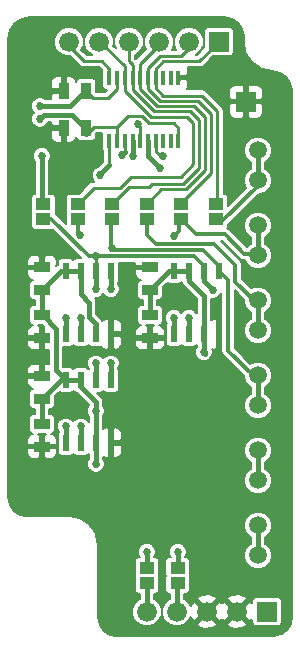
<source format=gtl>
%FSLAX46Y46*%
G04 Gerber Fmt 4.6, Leading zero omitted, Abs format (unit mm)*
G04 Created by KiCad (PCBNEW (2014-09-30 BZR 5157)-product) date 07/10/2014 19:43:52*
%MOMM*%
G01*
G04 APERTURE LIST*
%ADD10C,0.100000*%
%ADD11R,1.397000X0.889000*%
%ADD12R,0.889000X1.397000*%
%ADD13R,1.676400X1.676400*%
%ADD14C,1.676400*%
%ADD15R,1.270000X1.016000*%
%ADD16R,0.406400X1.270000*%
%ADD17R,0.599440X1.399540*%
%ADD18C,1.500000*%
%ADD19C,0.685800*%
%ADD20C,0.406400*%
%ADD21C,0.152400*%
%ADD22C,0.254000*%
%ADD23C,0.304800*%
%ADD24C,0.203200*%
G04 APERTURE END LIST*
D10*
D11*
X112014000Y-148018500D03*
X112014000Y-146113500D03*
X121158000Y-148018500D03*
X121158000Y-146113500D03*
X112014000Y-157226000D03*
X112014000Y-155321000D03*
X112014000Y-150177500D03*
X112014000Y-152082500D03*
X121158000Y-150177500D03*
X121158000Y-152082500D03*
X112014000Y-159385000D03*
X112014000Y-161290000D03*
D12*
X115760500Y-131191000D03*
X113855500Y-131191000D03*
X115760500Y-134302500D03*
X113855500Y-134302500D03*
D13*
X127000000Y-127000000D03*
D14*
X124460000Y-127000000D03*
X121920000Y-127000000D03*
X119380000Y-127000000D03*
X116840000Y-127000000D03*
X114300000Y-127000000D03*
D15*
X123507500Y-171577000D03*
X123507500Y-172847000D03*
X120904000Y-171577000D03*
X120904000Y-172847000D03*
X112141000Y-142049500D03*
X112141000Y-140779500D03*
X115062000Y-142049500D03*
X115062000Y-140779500D03*
X117983000Y-142049500D03*
X117983000Y-140779500D03*
X120904000Y-142049500D03*
X120904000Y-140779500D03*
X123825000Y-142049500D03*
X123825000Y-140779500D03*
X126746000Y-142049500D03*
X126746000Y-140779500D03*
D16*
X117729000Y-135382000D03*
X118364000Y-135382000D03*
X119024400Y-135382000D03*
X119684800Y-135382000D03*
X120319800Y-135382000D03*
X120980200Y-135382000D03*
X121640600Y-135382000D03*
X122275600Y-135382000D03*
X122936000Y-135382000D03*
X123571000Y-135382000D03*
X123571000Y-130048000D03*
X122936000Y-130048000D03*
X122275600Y-130048000D03*
X121640600Y-130048000D03*
X120980200Y-130048000D03*
X120319800Y-130048000D03*
X119684800Y-130048000D03*
X119024400Y-130048000D03*
X118364000Y-130048000D03*
X117729000Y-130048000D03*
D17*
X114046000Y-155638500D03*
X114046000Y-160972500D03*
X115316000Y-155638500D03*
X116586000Y-155638500D03*
X117856000Y-155638500D03*
X115316000Y-160972500D03*
X116586000Y-160972500D03*
X117856000Y-160972500D03*
X114046000Y-146431000D03*
X114046000Y-151765000D03*
X115316000Y-146431000D03*
X116586000Y-146431000D03*
X117856000Y-146431000D03*
X115316000Y-151765000D03*
X116586000Y-151765000D03*
X117856000Y-151765000D03*
X123190000Y-146431000D03*
X123190000Y-151765000D03*
X124460000Y-146431000D03*
X125730000Y-146431000D03*
X127000000Y-146431000D03*
X124460000Y-151765000D03*
X125730000Y-151765000D03*
X127000000Y-151765000D03*
D13*
X131064000Y-175260000D03*
D14*
X128524000Y-175260000D03*
X125984000Y-175260000D03*
X123444000Y-175260000D03*
X120904000Y-175260000D03*
D18*
X130302000Y-170497500D03*
X130302000Y-167957500D03*
X130302000Y-164147500D03*
X130302000Y-161607500D03*
X130302000Y-157797500D03*
X130302000Y-155257500D03*
X130302000Y-151447500D03*
X130302000Y-148907500D03*
X130302000Y-145097500D03*
X130302000Y-142557500D03*
X130302000Y-138747500D03*
X130302000Y-136207500D03*
D13*
X129286000Y-132080000D03*
D19*
X116586000Y-162750500D03*
X123507500Y-170180000D03*
X120904000Y-170180000D03*
X125730000Y-153289000D03*
X116586000Y-158242000D03*
X111823500Y-132461000D03*
X111823500Y-133540500D03*
X112014000Y-136652000D03*
X126492000Y-148018500D03*
X116586000Y-154241500D03*
X116586000Y-147955000D03*
X116586000Y-145161000D03*
X116967000Y-138303000D03*
X115316000Y-150368000D03*
X124460000Y-150368000D03*
X115252500Y-143383000D03*
X118808500Y-136588500D03*
X115316000Y-159575500D03*
X117856000Y-154241500D03*
X117919500Y-144462500D03*
X117856000Y-147955000D03*
X119697500Y-136652000D03*
X120142000Y-133985000D03*
X114046000Y-159575500D03*
X123190000Y-150368000D03*
X123190000Y-143459170D03*
X121983500Y-137668000D03*
X122230855Y-136659198D03*
X114046000Y-150368000D03*
D20*
X120904000Y-171577000D02*
X120904000Y-170180000D01*
X123507500Y-170180000D02*
X123507500Y-171577000D01*
X114046000Y-155638500D02*
X115316000Y-155638500D01*
X116586000Y-158242000D02*
X116586000Y-160972500D01*
X116586000Y-157480000D02*
X116586000Y-158242000D01*
X115316000Y-156210000D02*
X116586000Y-157480000D01*
D21*
X115316000Y-155638500D02*
X115316000Y-156210000D01*
D20*
X113601500Y-155638500D02*
X112014000Y-157226000D01*
X114046000Y-155638500D02*
X113601500Y-155638500D01*
X112014000Y-157226000D02*
X112014000Y-159385000D01*
X114046000Y-146431000D02*
X115316000Y-146431000D01*
X113601500Y-146431000D02*
X112014000Y-148018500D01*
X114046000Y-146431000D02*
X113601500Y-146431000D01*
X112014000Y-148018500D02*
X112014000Y-150177500D01*
X124460000Y-146431000D02*
X123190000Y-146431000D01*
X122745500Y-146431000D02*
X121158000Y-148018500D01*
X123190000Y-146431000D02*
X122745500Y-146431000D01*
X121158000Y-148018500D02*
X121158000Y-150177500D01*
X125730000Y-148526500D02*
X125730000Y-151765000D01*
X124460000Y-147256500D02*
X125730000Y-148526500D01*
X124460000Y-146431000D02*
X124460000Y-147256500D01*
X113220500Y-154813000D02*
X114046000Y-155638500D01*
X113220500Y-151320500D02*
X113220500Y-154813000D01*
X112077500Y-150177500D02*
X113220500Y-151320500D01*
D22*
X112014000Y-150177500D02*
X112077500Y-150177500D01*
D20*
X116014499Y-150341329D02*
X116014500Y-150341330D01*
X116014500Y-150341330D02*
X116586000Y-150912830D01*
X116586000Y-150912830D02*
X116586000Y-151765000D01*
X115316000Y-146431000D02*
X115316000Y-147283170D01*
X125730000Y-151765000D02*
X125730000Y-153289000D01*
X125793500Y-153416000D02*
X125730000Y-153352500D01*
X125730000Y-153352500D02*
X125730000Y-153289000D01*
X115316000Y-148399500D02*
X116014500Y-149098000D01*
X116014500Y-149098000D02*
X116014500Y-150341330D01*
X115316000Y-146431000D02*
X115316000Y-148399500D01*
X116586000Y-160972500D02*
X116586000Y-162750500D01*
X116649500Y-162750500D02*
X116586000Y-162750500D01*
X115760500Y-131064000D02*
X114363500Y-132461000D01*
X112308433Y-132461000D02*
X111823500Y-132461000D01*
X114363500Y-132461000D02*
X112308433Y-132461000D01*
X123444000Y-175260000D02*
X123444000Y-172910500D01*
X123444000Y-172910500D02*
X123507500Y-172847000D01*
D22*
X116332000Y-131762500D02*
X117602000Y-131762500D01*
X118364000Y-130048000D02*
X118364000Y-131000500D01*
X118364000Y-131000500D02*
X117602000Y-131762500D01*
X115760500Y-131191000D02*
X116332000Y-131762500D01*
D21*
X115760500Y-131064000D02*
X115760500Y-131191000D01*
D20*
X112166399Y-133197601D02*
X111823500Y-133540500D01*
X112229899Y-133197601D02*
X112166399Y-133197601D01*
X120904000Y-175260000D02*
X120904000Y-172847000D01*
D22*
X118364000Y-134239000D02*
X118364000Y-135382000D01*
X116395500Y-134239000D02*
X118364000Y-134239000D01*
X115824000Y-134810500D02*
X116395500Y-134239000D01*
D21*
X115760500Y-134810500D02*
X115824000Y-134810500D01*
D22*
X119316500Y-133286500D02*
X118364000Y-134239000D01*
X120459500Y-133286500D02*
X119316500Y-133286500D01*
X121094500Y-133921500D02*
X120459500Y-133286500D01*
X123190000Y-133921500D02*
X121094500Y-133921500D01*
X123571000Y-134302500D02*
X123190000Y-133921500D01*
X123571000Y-135382000D02*
X123571000Y-134302500D01*
D20*
X114528601Y-133197601D02*
X112229899Y-133197601D01*
X115760500Y-134429500D02*
X114528601Y-133197601D01*
X115760500Y-134810500D02*
X115760500Y-134429500D01*
D22*
X126873000Y-140525500D02*
X126619000Y-140779500D01*
X121640600Y-130911600D02*
X122301000Y-131572000D01*
X122301000Y-131572000D02*
X125539500Y-131572000D01*
X125539500Y-131572000D02*
X126873000Y-132905500D01*
X126873000Y-132905500D02*
X126873000Y-140525500D01*
X121640600Y-130048000D02*
X121640600Y-130911600D01*
X121640600Y-129311400D02*
X121640600Y-130048000D01*
X122301000Y-128651000D02*
X121640600Y-129311400D01*
X125349000Y-128651000D02*
X122301000Y-128651000D01*
X127000000Y-127000000D02*
X125349000Y-128651000D01*
X120980200Y-131013200D02*
X121983500Y-132016500D01*
X121983500Y-132016500D02*
X125222000Y-132016500D01*
X125222000Y-132016500D02*
X126365000Y-133159500D01*
X126365000Y-133159500D02*
X126365000Y-138112500D01*
X126365000Y-138112500D02*
X123634500Y-140843000D01*
X120980200Y-130048000D02*
X120980200Y-131013200D01*
X120980200Y-129209800D02*
X120980200Y-130048000D01*
X121983500Y-128206500D02*
X120980200Y-129209800D01*
X123761500Y-128206500D02*
X121983500Y-128206500D01*
X124460000Y-127508000D02*
X123761500Y-128206500D01*
X124460000Y-127000000D02*
X124460000Y-127508000D01*
X121920000Y-127000000D02*
X121920000Y-127254000D01*
X121920000Y-127254000D02*
X120319800Y-128854200D01*
X120319800Y-128854200D02*
X120319800Y-130048000D01*
X122110500Y-139509500D02*
X120904000Y-140716000D01*
X124206000Y-139509500D02*
X122110500Y-139509500D01*
X125857000Y-137858500D02*
X124206000Y-139509500D01*
X125857000Y-133413500D02*
X125857000Y-137858500D01*
X124904500Y-132461000D02*
X125857000Y-133413500D01*
X121793000Y-132461000D02*
X124904500Y-132461000D01*
X120332500Y-130060700D02*
X120332500Y-131000500D01*
X120332500Y-131000500D02*
X121793000Y-132461000D01*
X120319800Y-130048000D02*
X120332500Y-130060700D01*
X119380000Y-127000000D02*
X119380000Y-128651000D01*
X119684800Y-128955800D02*
X119684800Y-130048000D01*
X119380000Y-128651000D02*
X119684800Y-128955800D01*
X121094500Y-139319000D02*
X119380000Y-139319000D01*
X123952000Y-139065000D02*
X121348500Y-139065000D01*
X125349000Y-137668000D02*
X123952000Y-139065000D01*
X119380000Y-139319000D02*
X117983000Y-140716000D01*
X125349000Y-133667500D02*
X125349000Y-137668000D01*
X124587000Y-132905500D02*
X125349000Y-133667500D01*
X121475500Y-132905500D02*
X124587000Y-132905500D01*
X121348500Y-139065000D02*
X121094500Y-139319000D01*
X119684800Y-131114800D02*
X121475500Y-132905500D01*
X119684800Y-130048000D02*
X119684800Y-131114800D01*
X116840000Y-127000000D02*
X116967000Y-127000000D01*
X116967000Y-127000000D02*
X119024400Y-129057400D01*
X119024400Y-129057400D02*
X119024400Y-130048000D01*
X116395500Y-139382500D02*
X115062000Y-140716000D01*
X119570500Y-138430000D02*
X118618000Y-139382500D01*
X123761500Y-138430000D02*
X119570500Y-138430000D01*
X124841000Y-137350500D02*
X123761500Y-138430000D01*
X124841000Y-133858000D02*
X124841000Y-137350500D01*
X124333000Y-133350000D02*
X124841000Y-133858000D01*
X121221500Y-133350000D02*
X124333000Y-133350000D01*
X119024400Y-131152900D02*
X121221500Y-133350000D01*
X118618000Y-139382500D02*
X116395500Y-139382500D01*
X119024400Y-130048000D02*
X119024400Y-131152900D01*
X114300000Y-127000000D02*
X114300000Y-127381000D01*
X114300000Y-127381000D02*
X115570000Y-128651000D01*
X115570000Y-128651000D02*
X117094000Y-128651000D01*
X117094000Y-128651000D02*
X117729000Y-129286000D01*
X117729000Y-129286000D02*
X117729000Y-130048000D01*
D20*
X112014000Y-137136933D02*
X112014000Y-136652000D01*
X112014000Y-140716000D02*
X112014000Y-137136933D01*
X125730000Y-147256500D02*
X126492000Y-148018500D01*
X125730000Y-146431000D02*
X125730000Y-147256500D01*
X130302000Y-170497500D02*
X130302000Y-167957500D01*
X116586000Y-146431000D02*
X116586000Y-147955000D01*
X116586000Y-155638500D02*
X116586000Y-154241500D01*
D22*
X116586000Y-146431000D02*
X116586000Y-145161000D01*
D21*
X125730000Y-146431000D02*
X125730000Y-146030950D01*
D23*
X112014000Y-141986000D02*
X112801400Y-141986000D01*
X112801400Y-141986000D02*
X115976400Y-145161000D01*
X115976400Y-145161000D02*
X116101067Y-145161000D01*
X116101067Y-145161000D02*
X116586000Y-145161000D01*
X125730000Y-146030950D02*
X124860050Y-145161000D01*
X124860050Y-145161000D02*
X117070933Y-145161000D01*
X117070933Y-145161000D02*
X116586000Y-145161000D01*
D22*
X117729000Y-135382000D02*
X117729000Y-137477500D01*
X117729000Y-136525000D02*
X117729000Y-137477500D01*
D20*
X116967000Y-138239500D02*
X116967000Y-138303000D01*
X117729000Y-137477500D02*
X116967000Y-138239500D01*
X130302000Y-164147500D02*
X130302000Y-161607500D01*
X115316000Y-150368000D02*
X115316000Y-151765000D01*
X124460000Y-151765000D02*
X124460000Y-150368000D01*
D23*
X115062000Y-141986000D02*
X115062000Y-143192500D01*
X115062000Y-143192500D02*
X115252500Y-143383000D01*
D22*
X119024400Y-135382000D02*
X119024399Y-136309101D01*
X119024400Y-136245600D02*
X119024399Y-136309101D01*
D20*
X118808500Y-136525000D02*
X118808500Y-136588500D01*
X119024399Y-136309101D02*
X118808500Y-136525000D01*
X115316000Y-159575500D02*
X115316000Y-160972500D01*
D23*
X130302000Y-155257500D02*
X129857500Y-155257500D01*
X129857500Y-155257500D02*
X127762000Y-153162000D01*
X127762000Y-147193000D02*
X127000000Y-146431000D01*
X127762000Y-153162000D02*
X127762000Y-147193000D01*
D20*
X130302000Y-157797500D02*
X130302000Y-155257500D01*
X117856000Y-155638500D02*
X117856000Y-154241500D01*
X117856000Y-147955000D02*
X117856000Y-146431000D01*
D21*
X127000000Y-146431000D02*
X127000000Y-146030950D01*
X117983000Y-141986000D02*
X117919500Y-142049500D01*
X117983000Y-141986000D02*
X117665500Y-142303500D01*
X117856000Y-142113000D02*
X117983000Y-141986000D01*
D23*
X117856000Y-144399000D02*
X117856000Y-142113000D01*
X117919500Y-144462500D02*
X117856000Y-144399000D01*
D20*
X119684800Y-135382000D02*
X119684800Y-136639300D01*
X119684800Y-136639300D02*
X119697500Y-136652000D01*
D22*
X130302000Y-157797500D02*
X130302000Y-157543500D01*
D23*
X118110000Y-144653000D02*
X117919500Y-144462500D01*
X125622050Y-144653000D02*
X118110000Y-144653000D01*
X127000000Y-146030950D02*
X125622050Y-144653000D01*
X130302000Y-148907500D02*
X129984500Y-148907500D01*
X129984500Y-148907500D02*
X128397000Y-147320000D01*
X125857000Y-144145000D02*
X126619000Y-144145000D01*
X128397000Y-145923000D02*
X128397000Y-146812000D01*
X126619000Y-144145000D02*
X128397000Y-145923000D01*
X128397000Y-147320000D02*
X128397000Y-146812000D01*
D20*
X130302000Y-151447500D02*
X130302000Y-148907500D01*
D22*
X120319800Y-134162800D02*
X120142000Y-133985000D01*
X120319800Y-135382000D02*
X120319800Y-134162800D01*
D20*
X114046000Y-159575500D02*
X114046000Y-160972500D01*
D22*
X130302000Y-151447500D02*
X130302000Y-151066500D01*
D23*
X125857000Y-144145000D02*
X126492000Y-144145000D01*
X121666000Y-144145000D02*
X125857000Y-144145000D01*
X120904000Y-142049500D02*
X120904000Y-143383000D01*
X120904000Y-143383000D02*
X121602500Y-144081500D01*
X121602500Y-144081500D02*
X121666000Y-144145000D01*
D20*
X130302000Y-145097500D02*
X130302000Y-142557500D01*
X123190000Y-150368000D02*
X123190000Y-151765000D01*
D23*
X123634500Y-143014670D02*
X123532899Y-143116271D01*
X123532899Y-143116271D02*
X123190000Y-143459170D01*
X123634500Y-142113000D02*
X123634500Y-143014670D01*
D20*
X120980200Y-136664700D02*
X121640601Y-137325101D01*
X120980200Y-135382000D02*
X120980200Y-136664700D01*
X121640601Y-137325101D02*
X121983500Y-137668000D01*
D23*
X125095000Y-143319500D02*
X123825000Y-142049500D01*
X127508000Y-143319500D02*
X125095000Y-143319500D01*
X129159000Y-144970500D02*
X127508000Y-143319500D01*
X130175000Y-144970500D02*
X129159000Y-144970500D01*
D20*
X130302000Y-138747500D02*
X130302000Y-136207500D01*
D22*
X122028798Y-136659198D02*
X122230855Y-136659198D01*
X121640600Y-136271000D02*
X122028798Y-136659198D01*
X121640600Y-135382000D02*
X121640600Y-136271000D01*
D20*
X114046000Y-150368000D02*
X114046000Y-151765000D01*
D23*
X127381000Y-142113000D02*
X130302000Y-139192000D01*
D21*
X126619000Y-142113000D02*
X127381000Y-142113000D01*
D24*
G36*
X133147600Y-175610390D02*
X133057733Y-176277367D01*
X132749712Y-176807158D01*
X132308600Y-177143515D01*
X132308600Y-176179038D01*
X132308600Y-176017362D01*
X132308600Y-174340962D01*
X132246729Y-174191593D01*
X132132407Y-174077271D01*
X131983038Y-174015400D01*
X131821362Y-174015400D01*
X131458600Y-174015400D01*
X131458600Y-170268487D01*
X131282920Y-169843308D01*
X130957903Y-169517724D01*
X130911600Y-169498497D01*
X130911600Y-168956844D01*
X130956192Y-168938420D01*
X131281776Y-168613403D01*
X131458199Y-168188531D01*
X131458600Y-167728487D01*
X131458600Y-163918487D01*
X131282920Y-163493308D01*
X130957903Y-163167724D01*
X130911600Y-163148497D01*
X130911600Y-162606844D01*
X130956192Y-162588420D01*
X131281776Y-162263403D01*
X131458199Y-161838531D01*
X131458600Y-161378487D01*
X131458600Y-157568487D01*
X131282920Y-157143308D01*
X130957903Y-156817724D01*
X130911600Y-156798497D01*
X130911600Y-156256844D01*
X130956192Y-156238420D01*
X131281776Y-155913403D01*
X131458199Y-155488531D01*
X131458600Y-155028487D01*
X131282920Y-154603308D01*
X130957903Y-154277724D01*
X130533031Y-154101301D01*
X130072987Y-154100900D01*
X129661277Y-154271014D01*
X128320800Y-152930537D01*
X128320800Y-148034062D01*
X129145641Y-148858903D01*
X129145400Y-149136513D01*
X129321080Y-149561692D01*
X129646097Y-149887276D01*
X129692400Y-149906502D01*
X129692400Y-150448155D01*
X129647808Y-150466580D01*
X129322224Y-150791597D01*
X129145801Y-151216469D01*
X129145400Y-151676513D01*
X129321080Y-152101692D01*
X129646097Y-152427276D01*
X130070969Y-152603699D01*
X130531013Y-152604100D01*
X130956192Y-152428420D01*
X131281776Y-152103403D01*
X131458199Y-151678531D01*
X131458600Y-151218487D01*
X131282920Y-150793308D01*
X130957903Y-150467724D01*
X130911600Y-150448497D01*
X130911600Y-149906844D01*
X130956192Y-149888420D01*
X131281776Y-149563403D01*
X131458199Y-149138531D01*
X131458600Y-148678487D01*
X131282920Y-148253308D01*
X130957903Y-147927724D01*
X130533031Y-147751301D01*
X130072987Y-147750900D01*
X129751144Y-147883882D01*
X128955800Y-147088538D01*
X128955800Y-146812000D01*
X128955800Y-145923000D01*
X128913265Y-145709157D01*
X128913264Y-145709156D01*
X128792131Y-145527869D01*
X127142562Y-143878300D01*
X127276537Y-143878300D01*
X128763869Y-145365632D01*
X128945156Y-145486764D01*
X128945157Y-145486765D01*
X129159000Y-145529300D01*
X129229189Y-145529300D01*
X129321080Y-145751692D01*
X129646097Y-146077276D01*
X130070969Y-146253699D01*
X130531013Y-146254100D01*
X130956192Y-146078420D01*
X131281776Y-145753403D01*
X131458199Y-145328531D01*
X131458600Y-144868487D01*
X131282920Y-144443308D01*
X130957903Y-144117724D01*
X130911600Y-144098497D01*
X130911600Y-143556844D01*
X130956192Y-143538420D01*
X131281776Y-143213403D01*
X131458199Y-142788531D01*
X131458600Y-142328487D01*
X131282920Y-141903308D01*
X130957903Y-141577724D01*
X130533031Y-141401301D01*
X130072987Y-141400900D01*
X129647808Y-141576580D01*
X129322224Y-141901597D01*
X129145801Y-142326469D01*
X129145400Y-142786513D01*
X129321080Y-143211692D01*
X129646097Y-143537276D01*
X129692400Y-143556502D01*
X129692400Y-144098155D01*
X129647808Y-144116580D01*
X129371334Y-144392571D01*
X127903131Y-142924369D01*
X127721844Y-142803236D01*
X127711965Y-142801270D01*
X127725529Y-142787707D01*
X127787400Y-142638338D01*
X127787400Y-142496862D01*
X130380293Y-139903968D01*
X130531013Y-139904100D01*
X130956192Y-139728420D01*
X131281776Y-139403403D01*
X131458199Y-138978531D01*
X131458600Y-138518487D01*
X131282920Y-138093308D01*
X130957903Y-137767724D01*
X130911600Y-137748497D01*
X130911600Y-137206844D01*
X130956192Y-137188420D01*
X131281776Y-136863403D01*
X131458199Y-136438531D01*
X131458600Y-135978487D01*
X131282920Y-135553308D01*
X130957903Y-135227724D01*
X130733800Y-135134667D01*
X130733800Y-133039457D01*
X130733800Y-132796943D01*
X130733800Y-132384800D01*
X130733800Y-131775200D01*
X130733800Y-131363057D01*
X130733800Y-131120543D01*
X130640994Y-130896489D01*
X130469511Y-130725006D01*
X130245457Y-130632200D01*
X129590800Y-130632200D01*
X129438400Y-130784600D01*
X129438400Y-131927600D01*
X130581400Y-131927600D01*
X130733800Y-131775200D01*
X130733800Y-132384800D01*
X130581400Y-132232400D01*
X129438400Y-132232400D01*
X129438400Y-133375400D01*
X129590800Y-133527800D01*
X130245457Y-133527800D01*
X130469511Y-133434994D01*
X130640994Y-133263511D01*
X130733800Y-133039457D01*
X130733800Y-135134667D01*
X130533031Y-135051301D01*
X130072987Y-135050900D01*
X129647808Y-135226580D01*
X129322224Y-135551597D01*
X129145801Y-135976469D01*
X129145400Y-136436513D01*
X129321080Y-136861692D01*
X129646097Y-137187276D01*
X129692400Y-137206502D01*
X129692400Y-137748155D01*
X129647808Y-137766580D01*
X129322224Y-138091597D01*
X129145801Y-138516469D01*
X129145400Y-138976513D01*
X129315514Y-139388223D01*
X129133600Y-139570137D01*
X129133600Y-133375400D01*
X129133600Y-132232400D01*
X129133600Y-131927600D01*
X129133600Y-130784600D01*
X128981200Y-130632200D01*
X128326543Y-130632200D01*
X128102489Y-130725006D01*
X127931006Y-130896489D01*
X127838200Y-131120543D01*
X127838200Y-131363057D01*
X127838200Y-131775200D01*
X127990600Y-131927600D01*
X129133600Y-131927600D01*
X129133600Y-132232400D01*
X127990600Y-132232400D01*
X127838200Y-132384800D01*
X127838200Y-132796943D01*
X127838200Y-133039457D01*
X127931006Y-133263511D01*
X128102489Y-133434994D01*
X128326543Y-133527800D01*
X128981200Y-133527800D01*
X129133600Y-133375400D01*
X129133600Y-139570137D01*
X127787400Y-140916338D01*
X127787400Y-140190662D01*
X127725529Y-140041293D01*
X127611207Y-139926971D01*
X127461838Y-139865100D01*
X127406400Y-139865100D01*
X127406400Y-132905500D01*
X127365797Y-132701377D01*
X127250171Y-132528329D01*
X125916671Y-131194829D01*
X125743623Y-131079203D01*
X125539500Y-131038600D01*
X124280705Y-131038600D01*
X124290994Y-131028311D01*
X124383800Y-130804257D01*
X124383800Y-130561743D01*
X124383800Y-130352800D01*
X124231400Y-130200400D01*
X123672600Y-130200400D01*
X123672600Y-130220400D01*
X123545600Y-130220400D01*
X123545600Y-129875600D01*
X123672600Y-129875600D01*
X123672600Y-129895600D01*
X124231400Y-129895600D01*
X124383800Y-129743200D01*
X124383800Y-129534257D01*
X124383800Y-129291743D01*
X124339337Y-129184400D01*
X125349000Y-129184400D01*
X125553123Y-129143797D01*
X125726171Y-129028171D01*
X126509741Y-128244600D01*
X127919038Y-128244600D01*
X128068407Y-128182729D01*
X128182729Y-128068407D01*
X128244600Y-127919038D01*
X128244600Y-127757362D01*
X128244600Y-126080962D01*
X128182729Y-125931593D01*
X128068407Y-125817271D01*
X127919038Y-125755400D01*
X127757362Y-125755400D01*
X126080962Y-125755400D01*
X125931593Y-125817271D01*
X125817271Y-125931593D01*
X125755400Y-126080962D01*
X125755400Y-126242638D01*
X125755400Y-127490258D01*
X125128058Y-128117600D01*
X125014365Y-128117600D01*
X125164088Y-128055736D01*
X125514505Y-127705930D01*
X125704383Y-127248652D01*
X125704815Y-126753520D01*
X125515736Y-126295912D01*
X125165930Y-125945495D01*
X124708652Y-125755617D01*
X124213520Y-125755185D01*
X123755912Y-125944264D01*
X123405495Y-126294070D01*
X123215617Y-126751348D01*
X123215185Y-127246480D01*
X123391460Y-127673100D01*
X122988137Y-127673100D01*
X123164383Y-127248652D01*
X123164815Y-126753520D01*
X122975736Y-126295912D01*
X122625930Y-125945495D01*
X122168652Y-125755617D01*
X121673520Y-125755185D01*
X121215912Y-125944264D01*
X120865495Y-126294070D01*
X120675617Y-126751348D01*
X120675185Y-127246480D01*
X120820788Y-127598869D01*
X119951500Y-128468158D01*
X119913400Y-128430058D01*
X119913400Y-128126262D01*
X120084088Y-128055736D01*
X120434505Y-127705930D01*
X120624383Y-127248652D01*
X120624815Y-126753520D01*
X120435736Y-126295912D01*
X120085930Y-125945495D01*
X119628652Y-125755617D01*
X119133520Y-125755185D01*
X118675912Y-125944264D01*
X118325495Y-126294070D01*
X118135617Y-126751348D01*
X118135185Y-127246480D01*
X118253030Y-127531688D01*
X118050820Y-127329478D01*
X118084383Y-127248652D01*
X118084815Y-126753520D01*
X117895736Y-126295912D01*
X117545930Y-125945495D01*
X117088652Y-125755617D01*
X116593520Y-125755185D01*
X116135912Y-125944264D01*
X115785495Y-126294070D01*
X115595617Y-126751348D01*
X115595185Y-127246480D01*
X115784264Y-127704088D01*
X116134070Y-128054505D01*
X116286019Y-128117600D01*
X115790942Y-128117600D01*
X115361771Y-127688429D01*
X115544383Y-127248652D01*
X115544815Y-126753520D01*
X115355736Y-126295912D01*
X115005930Y-125945495D01*
X114548652Y-125755617D01*
X114053520Y-125755185D01*
X113595912Y-125944264D01*
X113245495Y-126294070D01*
X113055617Y-126751348D01*
X113055185Y-127246480D01*
X113244264Y-127704088D01*
X113594070Y-128054505D01*
X114051348Y-128244383D01*
X114409353Y-128244695D01*
X115192829Y-129028171D01*
X115365876Y-129143797D01*
X115365877Y-129143797D01*
X115570000Y-129184400D01*
X116873058Y-129184400D01*
X117119400Y-129430741D01*
X117119400Y-129493838D01*
X117119400Y-130763838D01*
X117181271Y-130913207D01*
X117295593Y-131027529D01*
X117444962Y-131089400D01*
X117520758Y-131089400D01*
X117381058Y-131229100D01*
X116611400Y-131229100D01*
X116611400Y-130411662D01*
X116549529Y-130262293D01*
X116435207Y-130147971D01*
X116285838Y-130086100D01*
X116124162Y-130086100D01*
X115235162Y-130086100D01*
X115085793Y-130147971D01*
X114971471Y-130262293D01*
X114909600Y-130411662D01*
X114909600Y-130371243D01*
X114816794Y-130147189D01*
X114645311Y-129975706D01*
X114421257Y-129882900D01*
X114160300Y-129882900D01*
X114007900Y-130035300D01*
X114007900Y-131038600D01*
X114027900Y-131038600D01*
X114027900Y-131343400D01*
X114007900Y-131343400D01*
X114007900Y-131363400D01*
X113703100Y-131363400D01*
X113703100Y-131343400D01*
X113703100Y-131038600D01*
X113703100Y-130035300D01*
X113550700Y-129882900D01*
X113289743Y-129882900D01*
X113065689Y-129975706D01*
X112894206Y-130147189D01*
X112801400Y-130371243D01*
X112801400Y-130613757D01*
X112801400Y-130886200D01*
X112953800Y-131038600D01*
X113703100Y-131038600D01*
X113703100Y-131343400D01*
X112953800Y-131343400D01*
X112801400Y-131495800D01*
X112801400Y-131768243D01*
X112801400Y-131851400D01*
X112308433Y-131851400D01*
X112273710Y-131851400D01*
X112248499Y-131826144D01*
X111973199Y-131711830D01*
X111675109Y-131711570D01*
X111399610Y-131825404D01*
X111188644Y-132036001D01*
X111074330Y-132311301D01*
X111074070Y-132609391D01*
X111187904Y-132884890D01*
X111303578Y-133000767D01*
X111188644Y-133115501D01*
X111074330Y-133390801D01*
X111074070Y-133688891D01*
X111187904Y-133964390D01*
X111398501Y-134175356D01*
X111673801Y-134289670D01*
X111971891Y-134289930D01*
X112247390Y-134176096D01*
X112458356Y-133965499D01*
X112524086Y-133807201D01*
X112801400Y-133807201D01*
X112801400Y-133997700D01*
X112953800Y-134150100D01*
X113703100Y-134150100D01*
X113703100Y-134130100D01*
X114007900Y-134130100D01*
X114007900Y-134150100D01*
X114027900Y-134150100D01*
X114027900Y-134454900D01*
X114007900Y-134454900D01*
X114007900Y-135458200D01*
X114160300Y-135610600D01*
X114421257Y-135610600D01*
X114645311Y-135517794D01*
X114816794Y-135346311D01*
X114909600Y-135122257D01*
X114909600Y-135081838D01*
X114971471Y-135231207D01*
X115085793Y-135345529D01*
X115235162Y-135407400D01*
X115396838Y-135407400D01*
X115696652Y-135407400D01*
X115760500Y-135420100D01*
X115824347Y-135407400D01*
X116285838Y-135407400D01*
X116435207Y-135345529D01*
X116549529Y-135231207D01*
X116611400Y-135081838D01*
X116611400Y-134920162D01*
X116611400Y-134777442D01*
X116616442Y-134772400D01*
X117119400Y-134772400D01*
X117119400Y-134827838D01*
X117119400Y-136097838D01*
X117181271Y-136247207D01*
X117195600Y-136261536D01*
X117195600Y-136525000D01*
X117195600Y-137148796D01*
X116771263Y-137573132D01*
X116543110Y-137667404D01*
X116332144Y-137878001D01*
X116217830Y-138153301D01*
X116217570Y-138451391D01*
X116331404Y-138726890D01*
X116453400Y-138849100D01*
X116395500Y-138849100D01*
X116191377Y-138889703D01*
X116018329Y-139005329D01*
X115158558Y-139865100D01*
X114346162Y-139865100D01*
X114196793Y-139926971D01*
X114082471Y-140041293D01*
X114020600Y-140190662D01*
X114020600Y-140352338D01*
X114020600Y-141368338D01*
X114039721Y-141414500D01*
X114020600Y-141460662D01*
X114020600Y-141622338D01*
X114020600Y-142414938D01*
X113703100Y-142097438D01*
X113703100Y-135458200D01*
X113703100Y-134454900D01*
X112953800Y-134454900D01*
X112801400Y-134607300D01*
X112801400Y-134879743D01*
X112801400Y-135122257D01*
X112894206Y-135346311D01*
X113065689Y-135517794D01*
X113289743Y-135610600D01*
X113550700Y-135610600D01*
X113703100Y-135458200D01*
X113703100Y-142097438D01*
X113196531Y-141590869D01*
X113182400Y-141581426D01*
X113182400Y-141460662D01*
X113163278Y-141414500D01*
X113182400Y-141368338D01*
X113182400Y-141206662D01*
X113182400Y-140190662D01*
X113120529Y-140041293D01*
X113006207Y-139926971D01*
X112856838Y-139865100D01*
X112695162Y-139865100D01*
X112623600Y-139865100D01*
X112623600Y-137136933D01*
X112623600Y-137102210D01*
X112648856Y-137076999D01*
X112763170Y-136801699D01*
X112763430Y-136503609D01*
X112649596Y-136228110D01*
X112438999Y-136017144D01*
X112163699Y-135902830D01*
X111865609Y-135902570D01*
X111590110Y-136016404D01*
X111379144Y-136227001D01*
X111264830Y-136502301D01*
X111264570Y-136800391D01*
X111378404Y-137075890D01*
X111404400Y-137101931D01*
X111404400Y-137136933D01*
X111404400Y-139873699D01*
X111275793Y-139926971D01*
X111161471Y-140041293D01*
X111099600Y-140190662D01*
X111099600Y-140352338D01*
X111099600Y-141368338D01*
X111118721Y-141414500D01*
X111099600Y-141460662D01*
X111099600Y-141622338D01*
X111099600Y-142638338D01*
X111161471Y-142787707D01*
X111275793Y-142902029D01*
X111425162Y-142963900D01*
X111586838Y-142963900D01*
X112856838Y-142963900D01*
X112950317Y-142925179D01*
X115349968Y-145324830D01*
X114935442Y-145324830D01*
X114786073Y-145386701D01*
X114681000Y-145491774D01*
X114575927Y-145386701D01*
X114426558Y-145324830D01*
X114264882Y-145324830D01*
X113665442Y-145324830D01*
X113516073Y-145386701D01*
X113401751Y-145501023D01*
X113339880Y-145650392D01*
X113339880Y-145812068D01*
X113339880Y-145886736D01*
X113322100Y-145898616D01*
X113228590Y-145961098D01*
X113169702Y-145961098D01*
X113322100Y-145808700D01*
X113322100Y-145547743D01*
X113229294Y-145323689D01*
X113057811Y-145152206D01*
X112833757Y-145059400D01*
X112591243Y-145059400D01*
X112318800Y-145059400D01*
X112166400Y-145211800D01*
X112166400Y-145961100D01*
X112186400Y-145961100D01*
X112186400Y-146265900D01*
X112166400Y-146265900D01*
X112166400Y-146285900D01*
X111861600Y-146285900D01*
X111861600Y-146265900D01*
X111861600Y-145961100D01*
X111861600Y-145211800D01*
X111709200Y-145059400D01*
X111436757Y-145059400D01*
X111194243Y-145059400D01*
X110970189Y-145152206D01*
X110798706Y-145323689D01*
X110705900Y-145547743D01*
X110705900Y-145808700D01*
X110858300Y-145961100D01*
X111861600Y-145961100D01*
X111861600Y-146265900D01*
X110858300Y-146265900D01*
X110705900Y-146418300D01*
X110705900Y-146679257D01*
X110798706Y-146903311D01*
X110970189Y-147074794D01*
X111194243Y-147167600D01*
X111234662Y-147167600D01*
X111085293Y-147229471D01*
X110970971Y-147343793D01*
X110909100Y-147493162D01*
X110909100Y-147654838D01*
X110909100Y-148543838D01*
X110970971Y-148693207D01*
X111085293Y-148807529D01*
X111234662Y-148869400D01*
X111396338Y-148869400D01*
X111404400Y-148869400D01*
X111404400Y-149326600D01*
X111234662Y-149326600D01*
X111085293Y-149388471D01*
X110970971Y-149502793D01*
X110909100Y-149652162D01*
X110909100Y-149813838D01*
X110909100Y-150702838D01*
X110970971Y-150852207D01*
X111085293Y-150966529D01*
X111234662Y-151028400D01*
X111194243Y-151028400D01*
X110970189Y-151121206D01*
X110798706Y-151292689D01*
X110705900Y-151516743D01*
X110705900Y-151777700D01*
X110858300Y-151930100D01*
X111861600Y-151930100D01*
X111861600Y-151180800D01*
X111709200Y-151028400D01*
X112066296Y-151028400D01*
X112192548Y-151154652D01*
X112166400Y-151180800D01*
X112166400Y-151930100D01*
X112186400Y-151930100D01*
X112186400Y-152234900D01*
X112166400Y-152234900D01*
X112166400Y-152984200D01*
X112318800Y-153136600D01*
X112591243Y-153136600D01*
X112610900Y-153136600D01*
X112610900Y-154266900D01*
X112591243Y-154266900D01*
X112318800Y-154266900D01*
X112166400Y-154419300D01*
X112166400Y-155168600D01*
X112186400Y-155168600D01*
X112186400Y-155473400D01*
X112166400Y-155473400D01*
X112166400Y-155493400D01*
X111861600Y-155493400D01*
X111861600Y-155473400D01*
X111861600Y-155168600D01*
X111861600Y-154419300D01*
X111861600Y-152984200D01*
X111861600Y-152234900D01*
X110858300Y-152234900D01*
X110705900Y-152387300D01*
X110705900Y-152648257D01*
X110798706Y-152872311D01*
X110970189Y-153043794D01*
X111194243Y-153136600D01*
X111436757Y-153136600D01*
X111709200Y-153136600D01*
X111861600Y-152984200D01*
X111861600Y-154419300D01*
X111709200Y-154266900D01*
X111436757Y-154266900D01*
X111194243Y-154266900D01*
X110970189Y-154359706D01*
X110798706Y-154531189D01*
X110705900Y-154755243D01*
X110705900Y-155016200D01*
X110858300Y-155168600D01*
X111861600Y-155168600D01*
X111861600Y-155473400D01*
X110858300Y-155473400D01*
X110705900Y-155625800D01*
X110705900Y-155886757D01*
X110798706Y-156110811D01*
X110970189Y-156282294D01*
X111194243Y-156375100D01*
X111234662Y-156375100D01*
X111085293Y-156436971D01*
X110970971Y-156551293D01*
X110909100Y-156700662D01*
X110909100Y-156862338D01*
X110909100Y-157751338D01*
X110970971Y-157900707D01*
X111085293Y-158015029D01*
X111234662Y-158076900D01*
X111396338Y-158076900D01*
X111404400Y-158076900D01*
X111404400Y-158534100D01*
X111234662Y-158534100D01*
X111085293Y-158595971D01*
X110970971Y-158710293D01*
X110909100Y-158859662D01*
X110909100Y-159021338D01*
X110909100Y-159910338D01*
X110970971Y-160059707D01*
X111085293Y-160174029D01*
X111234662Y-160235900D01*
X111194243Y-160235900D01*
X110970189Y-160328706D01*
X110798706Y-160500189D01*
X110705900Y-160724243D01*
X110705900Y-160985200D01*
X110858300Y-161137600D01*
X111861600Y-161137600D01*
X111861600Y-160388300D01*
X111709200Y-160235900D01*
X112318800Y-160235900D01*
X112166400Y-160388300D01*
X112166400Y-161137600D01*
X113169700Y-161137600D01*
X113322100Y-160985200D01*
X113322100Y-160724243D01*
X113229294Y-160500189D01*
X113057811Y-160328706D01*
X112833757Y-160235900D01*
X112793338Y-160235900D01*
X112942707Y-160174029D01*
X113057029Y-160059707D01*
X113118900Y-159910338D01*
X113118900Y-159748662D01*
X113118900Y-158859662D01*
X113057029Y-158710293D01*
X112942707Y-158595971D01*
X112793338Y-158534100D01*
X112631662Y-158534100D01*
X112623600Y-158534100D01*
X112623600Y-158076900D01*
X112793338Y-158076900D01*
X112942707Y-158015029D01*
X113057029Y-157900707D01*
X113118900Y-157751338D01*
X113118900Y-157589662D01*
X113118900Y-156983204D01*
X113467689Y-156634415D01*
X113516073Y-156682799D01*
X113665442Y-156744670D01*
X113827118Y-156744670D01*
X114426558Y-156744670D01*
X114575927Y-156682799D01*
X114681000Y-156577726D01*
X114786073Y-156682799D01*
X114935442Y-156744670D01*
X114988566Y-156744670D01*
X115976400Y-157732504D01*
X115976400Y-157791789D01*
X115951144Y-157817001D01*
X115836830Y-158092301D01*
X115836570Y-158390391D01*
X115950404Y-158665890D01*
X115976400Y-158691931D01*
X115976400Y-159211640D01*
X115951596Y-159151610D01*
X115740999Y-158940644D01*
X115465699Y-158826330D01*
X115167609Y-158826070D01*
X114892110Y-158939904D01*
X114681144Y-159150501D01*
X114680951Y-159150964D01*
X114470999Y-158940644D01*
X114195699Y-158826330D01*
X113897609Y-158826070D01*
X113622110Y-158939904D01*
X113411144Y-159150501D01*
X113296830Y-159425801D01*
X113296570Y-159723891D01*
X113410404Y-159999390D01*
X113427628Y-160016645D01*
X113401751Y-160042523D01*
X113339880Y-160191892D01*
X113339880Y-160353568D01*
X113339880Y-161753108D01*
X113401751Y-161902477D01*
X113516073Y-162016799D01*
X113665442Y-162078670D01*
X113827118Y-162078670D01*
X114426558Y-162078670D01*
X114575927Y-162016799D01*
X114681000Y-161911726D01*
X114786073Y-162016799D01*
X114935442Y-162078670D01*
X115097118Y-162078670D01*
X115696558Y-162078670D01*
X115845927Y-162016799D01*
X115951000Y-161911726D01*
X115976400Y-161937126D01*
X115976400Y-162300289D01*
X115951144Y-162325501D01*
X115836830Y-162600801D01*
X115836570Y-162898891D01*
X115950404Y-163174390D01*
X116161001Y-163385356D01*
X116436301Y-163499670D01*
X116734391Y-163499930D01*
X117009890Y-163386096D01*
X117220856Y-163175499D01*
X117335170Y-162900199D01*
X117335430Y-162602109D01*
X117221596Y-162326610D01*
X117195600Y-162300568D01*
X117195600Y-162173695D01*
X117210969Y-162189064D01*
X117435023Y-162281870D01*
X117553740Y-162281870D01*
X117706140Y-162129470D01*
X117706140Y-161124900D01*
X117683600Y-161124900D01*
X117683600Y-160820100D01*
X117706140Y-160820100D01*
X117706140Y-159815530D01*
X117553740Y-159663130D01*
X117435023Y-159663130D01*
X117210969Y-159755936D01*
X117195600Y-159771305D01*
X117195600Y-158692210D01*
X117220856Y-158666999D01*
X117335170Y-158391699D01*
X117335430Y-158093609D01*
X117221596Y-157818110D01*
X117195600Y-157792068D01*
X117195600Y-157480000D01*
X117149197Y-157246716D01*
X117017052Y-157048948D01*
X116712774Y-156744670D01*
X116966558Y-156744670D01*
X117115927Y-156682799D01*
X117221000Y-156577726D01*
X117326073Y-156682799D01*
X117475442Y-156744670D01*
X117637118Y-156744670D01*
X118236558Y-156744670D01*
X118385927Y-156682799D01*
X118500249Y-156568477D01*
X118562120Y-156419108D01*
X118562120Y-156257432D01*
X118562120Y-154857892D01*
X118500249Y-154708523D01*
X118474526Y-154682800D01*
X118490856Y-154666499D01*
X118605170Y-154391199D01*
X118605430Y-154093109D01*
X118491596Y-153817610D01*
X118280999Y-153606644D01*
X118005699Y-153492330D01*
X117707609Y-153492070D01*
X117432110Y-153605904D01*
X117221144Y-153816501D01*
X117220951Y-153816964D01*
X117010999Y-153606644D01*
X116735699Y-153492330D01*
X116437609Y-153492070D01*
X116162110Y-153605904D01*
X115951144Y-153816501D01*
X115836830Y-154091801D01*
X115836570Y-154389891D01*
X115950404Y-154665390D01*
X115967628Y-154682645D01*
X115951000Y-154699274D01*
X115845927Y-154594201D01*
X115696558Y-154532330D01*
X115534882Y-154532330D01*
X114935442Y-154532330D01*
X114786073Y-154594201D01*
X114681000Y-154699274D01*
X114575927Y-154594201D01*
X114426558Y-154532330D01*
X114264882Y-154532330D01*
X113830100Y-154532330D01*
X113830100Y-152871170D01*
X114426558Y-152871170D01*
X114575927Y-152809299D01*
X114681000Y-152704226D01*
X114786073Y-152809299D01*
X114935442Y-152871170D01*
X115097118Y-152871170D01*
X115696558Y-152871170D01*
X115845927Y-152809299D01*
X115951000Y-152704226D01*
X116056073Y-152809299D01*
X116205442Y-152871170D01*
X116367118Y-152871170D01*
X116966558Y-152871170D01*
X117061322Y-152831917D01*
X117210969Y-152981564D01*
X117435023Y-153074370D01*
X117553740Y-153074370D01*
X117706140Y-152921970D01*
X117706140Y-151917400D01*
X117683600Y-151917400D01*
X117683600Y-151612600D01*
X117706140Y-151612600D01*
X117706140Y-150608030D01*
X117553740Y-150455630D01*
X117435023Y-150455630D01*
X117210969Y-150548436D01*
X117121424Y-150637980D01*
X117017052Y-150481778D01*
X116624100Y-150088826D01*
X116624100Y-149098000D01*
X116577697Y-148864716D01*
X116470442Y-148704199D01*
X116734391Y-148704430D01*
X117009890Y-148590596D01*
X117220856Y-148379999D01*
X117221048Y-148379535D01*
X117431001Y-148589856D01*
X117706301Y-148704170D01*
X118004391Y-148704430D01*
X118279890Y-148590596D01*
X118490856Y-148379999D01*
X118605170Y-148104699D01*
X118605430Y-147806609D01*
X118491596Y-147531110D01*
X118465600Y-147505068D01*
X118465600Y-147395626D01*
X118500249Y-147360977D01*
X118562120Y-147211608D01*
X118562120Y-147049932D01*
X118562120Y-145719800D01*
X119849900Y-145719800D01*
X119849900Y-145808700D01*
X120002300Y-145961100D01*
X121005600Y-145961100D01*
X121005600Y-145941100D01*
X121310400Y-145941100D01*
X121310400Y-145961100D01*
X121330400Y-145961100D01*
X121330400Y-146265900D01*
X121310400Y-146265900D01*
X121310400Y-146285900D01*
X121005600Y-146285900D01*
X121005600Y-146265900D01*
X120002300Y-146265900D01*
X119849900Y-146418300D01*
X119849900Y-146679257D01*
X119942706Y-146903311D01*
X120114189Y-147074794D01*
X120338243Y-147167600D01*
X120378662Y-147167600D01*
X120229293Y-147229471D01*
X120114971Y-147343793D01*
X120053100Y-147493162D01*
X120053100Y-147654838D01*
X120053100Y-148543838D01*
X120114971Y-148693207D01*
X120229293Y-148807529D01*
X120378662Y-148869400D01*
X120540338Y-148869400D01*
X120548400Y-148869400D01*
X120548400Y-149326600D01*
X120378662Y-149326600D01*
X120229293Y-149388471D01*
X120114971Y-149502793D01*
X120053100Y-149652162D01*
X120053100Y-149813838D01*
X120053100Y-150702838D01*
X120114971Y-150852207D01*
X120229293Y-150966529D01*
X120378662Y-151028400D01*
X120338243Y-151028400D01*
X120114189Y-151121206D01*
X119942706Y-151292689D01*
X119849900Y-151516743D01*
X119849900Y-151777700D01*
X120002300Y-151930100D01*
X121005600Y-151930100D01*
X121005600Y-151180800D01*
X120853200Y-151028400D01*
X121462800Y-151028400D01*
X121310400Y-151180800D01*
X121310400Y-151930100D01*
X122313700Y-151930100D01*
X122466100Y-151777700D01*
X122466100Y-151516743D01*
X122373294Y-151292689D01*
X122201811Y-151121206D01*
X121977757Y-151028400D01*
X121937338Y-151028400D01*
X122086707Y-150966529D01*
X122201029Y-150852207D01*
X122262900Y-150702838D01*
X122262900Y-150541162D01*
X122262900Y-149652162D01*
X122201029Y-149502793D01*
X122086707Y-149388471D01*
X121937338Y-149326600D01*
X121775662Y-149326600D01*
X121767600Y-149326600D01*
X121767600Y-148869400D01*
X121937338Y-148869400D01*
X122086707Y-148807529D01*
X122201029Y-148693207D01*
X122262900Y-148543838D01*
X122262900Y-148382162D01*
X122262900Y-147775704D01*
X122611689Y-147426915D01*
X122660073Y-147475299D01*
X122809442Y-147537170D01*
X122971118Y-147537170D01*
X123570558Y-147537170D01*
X123719927Y-147475299D01*
X123825000Y-147370226D01*
X123884945Y-147430171D01*
X123896803Y-147489784D01*
X124028948Y-147687552D01*
X125120400Y-148779004D01*
X125120400Y-150004140D01*
X125095596Y-149944110D01*
X124884999Y-149733144D01*
X124609699Y-149618830D01*
X124311609Y-149618570D01*
X124036110Y-149732404D01*
X123825144Y-149943001D01*
X123824951Y-149943464D01*
X123614999Y-149733144D01*
X123339699Y-149618830D01*
X123041609Y-149618570D01*
X122766110Y-149732404D01*
X122555144Y-149943001D01*
X122440830Y-150218301D01*
X122440570Y-150516391D01*
X122554404Y-150791890D01*
X122571628Y-150809145D01*
X122545751Y-150835023D01*
X122483880Y-150984392D01*
X122483880Y-151146068D01*
X122483880Y-152545608D01*
X122545751Y-152694977D01*
X122660073Y-152809299D01*
X122809442Y-152871170D01*
X122971118Y-152871170D01*
X123570558Y-152871170D01*
X123719927Y-152809299D01*
X123825000Y-152704226D01*
X123930073Y-152809299D01*
X124079442Y-152871170D01*
X124241118Y-152871170D01*
X124840558Y-152871170D01*
X124989927Y-152809299D01*
X125095000Y-152704226D01*
X125120400Y-152729626D01*
X125120400Y-152838789D01*
X125095144Y-152864001D01*
X124980830Y-153139301D01*
X124980570Y-153437391D01*
X125094404Y-153712890D01*
X125305001Y-153923856D01*
X125580301Y-154038170D01*
X125878391Y-154038430D01*
X126017068Y-153981129D01*
X126026784Y-153979197D01*
X126034948Y-153973741D01*
X126153890Y-153924596D01*
X126364856Y-153713999D01*
X126479170Y-153438699D01*
X126479430Y-153140609D01*
X126425844Y-153010921D01*
X126579023Y-153074370D01*
X126697740Y-153074370D01*
X126850140Y-152921970D01*
X126850140Y-151917400D01*
X126827600Y-151917400D01*
X126827600Y-151612600D01*
X126850140Y-151612600D01*
X126850140Y-150608030D01*
X126697740Y-150455630D01*
X126579023Y-150455630D01*
X126354969Y-150548436D01*
X126339600Y-150563805D01*
X126339600Y-148766548D01*
X126342301Y-148767670D01*
X126640391Y-148767930D01*
X126915890Y-148654096D01*
X127126856Y-148443499D01*
X127203200Y-148259641D01*
X127203200Y-150554690D01*
X127149860Y-150608030D01*
X127149860Y-151612600D01*
X127172400Y-151612600D01*
X127172400Y-151917400D01*
X127149860Y-151917400D01*
X127149860Y-152921970D01*
X127203200Y-152975310D01*
X127203200Y-153162000D01*
X127245736Y-153375844D01*
X127366869Y-153557131D01*
X129145531Y-155335794D01*
X129145400Y-155486513D01*
X129321080Y-155911692D01*
X129646097Y-156237276D01*
X129692400Y-156256502D01*
X129692400Y-156798155D01*
X129647808Y-156816580D01*
X129322224Y-157141597D01*
X129145801Y-157566469D01*
X129145400Y-158026513D01*
X129321080Y-158451692D01*
X129646097Y-158777276D01*
X130070969Y-158953699D01*
X130531013Y-158954100D01*
X130956192Y-158778420D01*
X131281776Y-158453403D01*
X131458199Y-158028531D01*
X131458600Y-157568487D01*
X131458600Y-161378487D01*
X131282920Y-160953308D01*
X130957903Y-160627724D01*
X130533031Y-160451301D01*
X130072987Y-160450900D01*
X129647808Y-160626580D01*
X129322224Y-160951597D01*
X129145801Y-161376469D01*
X129145400Y-161836513D01*
X129321080Y-162261692D01*
X129646097Y-162587276D01*
X129692400Y-162606502D01*
X129692400Y-163148155D01*
X129647808Y-163166580D01*
X129322224Y-163491597D01*
X129145801Y-163916469D01*
X129145400Y-164376513D01*
X129321080Y-164801692D01*
X129646097Y-165127276D01*
X130070969Y-165303699D01*
X130531013Y-165304100D01*
X130956192Y-165128420D01*
X131281776Y-164803403D01*
X131458199Y-164378531D01*
X131458600Y-163918487D01*
X131458600Y-167728487D01*
X131282920Y-167303308D01*
X130957903Y-166977724D01*
X130533031Y-166801301D01*
X130072987Y-166800900D01*
X129647808Y-166976580D01*
X129322224Y-167301597D01*
X129145801Y-167726469D01*
X129145400Y-168186513D01*
X129321080Y-168611692D01*
X129646097Y-168937276D01*
X129692400Y-168956502D01*
X129692400Y-169498155D01*
X129647808Y-169516580D01*
X129322224Y-169841597D01*
X129145801Y-170266469D01*
X129145400Y-170726513D01*
X129321080Y-171151692D01*
X129646097Y-171477276D01*
X130070969Y-171653699D01*
X130531013Y-171654100D01*
X130956192Y-171478420D01*
X131281776Y-171153403D01*
X131458199Y-170728531D01*
X131458600Y-170268487D01*
X131458600Y-174015400D01*
X130144962Y-174015400D01*
X129995593Y-174077271D01*
X129881271Y-174191593D01*
X129819400Y-174340962D01*
X129819400Y-174502638D01*
X129819400Y-174563625D01*
X129801439Y-174520264D01*
X129561582Y-174437945D01*
X129346055Y-174653471D01*
X129346055Y-174222418D01*
X129263736Y-173982561D01*
X128718572Y-173796715D01*
X128143787Y-173833642D01*
X127784264Y-173982561D01*
X127701945Y-174222418D01*
X128524000Y-175044474D01*
X129346055Y-174222418D01*
X129346055Y-174653471D01*
X128739526Y-175260000D01*
X129561582Y-176082055D01*
X129801439Y-175999736D01*
X129819400Y-175947048D01*
X129819400Y-176179038D01*
X129881271Y-176328407D01*
X129995593Y-176442729D01*
X130144962Y-176504600D01*
X130306638Y-176504600D01*
X131983038Y-176504600D01*
X132132407Y-176442729D01*
X132246729Y-176328407D01*
X132308600Y-176179038D01*
X132308600Y-177143515D01*
X132262396Y-177178747D01*
X131639618Y-177343600D01*
X129346055Y-177343600D01*
X129346055Y-176297582D01*
X128524000Y-175475526D01*
X128308474Y-175691052D01*
X128308474Y-175260000D01*
X127486418Y-174437945D01*
X127254000Y-174517710D01*
X127021582Y-174437945D01*
X126806055Y-174653471D01*
X126806055Y-174222418D01*
X126723736Y-173982561D01*
X126178572Y-173796715D01*
X125603787Y-173833642D01*
X125244264Y-173982561D01*
X125161945Y-174222418D01*
X125984000Y-175044474D01*
X126806055Y-174222418D01*
X126806055Y-174653471D01*
X126199526Y-175260000D01*
X127021582Y-176082055D01*
X127254000Y-176002289D01*
X127486418Y-176082055D01*
X128308474Y-175260000D01*
X128308474Y-175691052D01*
X127701945Y-176297582D01*
X127784264Y-176537439D01*
X128329428Y-176723285D01*
X128904213Y-176686358D01*
X129263736Y-176537439D01*
X129346055Y-176297582D01*
X129346055Y-177343600D01*
X126806055Y-177343600D01*
X126806055Y-176297582D01*
X125984000Y-175475526D01*
X125768474Y-175691052D01*
X125768474Y-175260000D01*
X124946418Y-174437945D01*
X124706561Y-174520264D01*
X124606403Y-174814067D01*
X124499736Y-174555912D01*
X124149930Y-174205495D01*
X124053600Y-174165495D01*
X124053600Y-173761400D01*
X124223338Y-173761400D01*
X124372707Y-173699529D01*
X124487029Y-173585207D01*
X124548900Y-173435838D01*
X124548900Y-173274162D01*
X124548900Y-172258162D01*
X124529778Y-172212000D01*
X124548900Y-172165838D01*
X124548900Y-172004162D01*
X124548900Y-170988162D01*
X124487029Y-170838793D01*
X124372707Y-170724471D01*
X124223338Y-170662600D01*
X124117100Y-170662600D01*
X124117100Y-170630210D01*
X124142356Y-170604999D01*
X124256670Y-170329699D01*
X124256930Y-170031609D01*
X124143096Y-169756110D01*
X123932499Y-169545144D01*
X123657199Y-169430830D01*
X123359109Y-169430570D01*
X123083610Y-169544404D01*
X122872644Y-169755001D01*
X122758330Y-170030301D01*
X122758070Y-170328391D01*
X122871904Y-170603890D01*
X122897900Y-170629931D01*
X122897900Y-170662600D01*
X122791662Y-170662600D01*
X122642293Y-170724471D01*
X122527971Y-170838793D01*
X122466100Y-170988162D01*
X122466100Y-152648257D01*
X122466100Y-152387300D01*
X122313700Y-152234900D01*
X121310400Y-152234900D01*
X121310400Y-152984200D01*
X121462800Y-153136600D01*
X121735243Y-153136600D01*
X121977757Y-153136600D01*
X122201811Y-153043794D01*
X122373294Y-152872311D01*
X122466100Y-152648257D01*
X122466100Y-170988162D01*
X122466100Y-171149838D01*
X122466100Y-172165838D01*
X122485221Y-172212000D01*
X122466100Y-172258162D01*
X122466100Y-172419838D01*
X122466100Y-173435838D01*
X122527971Y-173585207D01*
X122642293Y-173699529D01*
X122791662Y-173761400D01*
X122834400Y-173761400D01*
X122834400Y-174165222D01*
X122739912Y-174204264D01*
X122389495Y-174554070D01*
X122199617Y-175011348D01*
X122199185Y-175506480D01*
X122388264Y-175964088D01*
X122738070Y-176314505D01*
X123195348Y-176504383D01*
X123690480Y-176504815D01*
X124148088Y-176315736D01*
X124498505Y-175965930D01*
X124595651Y-175731975D01*
X124706561Y-175999736D01*
X124946418Y-176082055D01*
X125768474Y-175260000D01*
X125768474Y-175691052D01*
X125161945Y-176297582D01*
X125244264Y-176537439D01*
X125789428Y-176723285D01*
X126364213Y-176686358D01*
X126723736Y-176537439D01*
X126806055Y-176297582D01*
X126806055Y-177343600D01*
X122148815Y-177343600D01*
X122148815Y-175013520D01*
X121959736Y-174555912D01*
X121609930Y-174205495D01*
X121513600Y-174165495D01*
X121513600Y-173761400D01*
X121619838Y-173761400D01*
X121769207Y-173699529D01*
X121883529Y-173585207D01*
X121945400Y-173435838D01*
X121945400Y-173274162D01*
X121945400Y-172258162D01*
X121926278Y-172212000D01*
X121945400Y-172165838D01*
X121945400Y-172004162D01*
X121945400Y-170988162D01*
X121883529Y-170838793D01*
X121769207Y-170724471D01*
X121619838Y-170662600D01*
X121513600Y-170662600D01*
X121513600Y-170630210D01*
X121538856Y-170604999D01*
X121653170Y-170329699D01*
X121653430Y-170031609D01*
X121539596Y-169756110D01*
X121328999Y-169545144D01*
X121053699Y-169430830D01*
X121005600Y-169430788D01*
X121005600Y-152984200D01*
X121005600Y-152234900D01*
X120002300Y-152234900D01*
X119849900Y-152387300D01*
X119849900Y-152648257D01*
X119942706Y-152872311D01*
X120114189Y-153043794D01*
X120338243Y-153136600D01*
X120580757Y-153136600D01*
X120853200Y-153136600D01*
X121005600Y-152984200D01*
X121005600Y-169430788D01*
X120755609Y-169430570D01*
X120480110Y-169544404D01*
X120269144Y-169755001D01*
X120154830Y-170030301D01*
X120154570Y-170328391D01*
X120268404Y-170603890D01*
X120294400Y-170629931D01*
X120294400Y-170662600D01*
X120188162Y-170662600D01*
X120038793Y-170724471D01*
X119924471Y-170838793D01*
X119862600Y-170988162D01*
X119862600Y-171149838D01*
X119862600Y-172165838D01*
X119881721Y-172212000D01*
X119862600Y-172258162D01*
X119862600Y-172419838D01*
X119862600Y-173435838D01*
X119924471Y-173585207D01*
X120038793Y-173699529D01*
X120188162Y-173761400D01*
X120294400Y-173761400D01*
X120294400Y-174165222D01*
X120199912Y-174204264D01*
X119849495Y-174554070D01*
X119659617Y-175011348D01*
X119659185Y-175506480D01*
X119848264Y-175964088D01*
X120198070Y-176314505D01*
X120655348Y-176504383D01*
X121150480Y-176504815D01*
X121608088Y-176315736D01*
X121958505Y-175965930D01*
X122148383Y-175508652D01*
X122148815Y-175013520D01*
X122148815Y-177343600D01*
X118765320Y-177343600D01*
X118765320Y-161793527D01*
X118765320Y-161551013D01*
X118765320Y-161277300D01*
X118765320Y-160667700D01*
X118765320Y-160393987D01*
X118765320Y-160151473D01*
X118765320Y-152586027D01*
X118765320Y-152343513D01*
X118765320Y-152069800D01*
X118765320Y-151460200D01*
X118765320Y-151186487D01*
X118765320Y-150943973D01*
X118672514Y-150719919D01*
X118501031Y-150548436D01*
X118276977Y-150455630D01*
X118158260Y-150455630D01*
X118005860Y-150608030D01*
X118005860Y-151612600D01*
X118612920Y-151612600D01*
X118765320Y-151460200D01*
X118765320Y-152069800D01*
X118612920Y-151917400D01*
X118005860Y-151917400D01*
X118005860Y-152921970D01*
X118158260Y-153074370D01*
X118276977Y-153074370D01*
X118501031Y-152981564D01*
X118672514Y-152810081D01*
X118765320Y-152586027D01*
X118765320Y-160151473D01*
X118672514Y-159927419D01*
X118501031Y-159755936D01*
X118276977Y-159663130D01*
X118158260Y-159663130D01*
X118005860Y-159815530D01*
X118005860Y-160820100D01*
X118612920Y-160820100D01*
X118765320Y-160667700D01*
X118765320Y-161277300D01*
X118612920Y-161124900D01*
X118005860Y-161124900D01*
X118005860Y-162129470D01*
X118158260Y-162281870D01*
X118276977Y-162281870D01*
X118501031Y-162189064D01*
X118672514Y-162017581D01*
X118765320Y-161793527D01*
X118765320Y-177343600D01*
X118408949Y-177343600D01*
X117764466Y-177215404D01*
X117256205Y-176875794D01*
X116916595Y-176367533D01*
X116788400Y-175723050D01*
X116788400Y-169672000D01*
X116779630Y-169627910D01*
X116779630Y-169582960D01*
X116624954Y-168805353D01*
X116624954Y-168805348D01*
X116576765Y-168689012D01*
X116556806Y-168640825D01*
X116556806Y-168640824D01*
X116556803Y-168640821D01*
X116116324Y-167981597D01*
X115990403Y-167855676D01*
X115331175Y-167415194D01*
X115166652Y-167347046D01*
X115166646Y-167347046D01*
X114389039Y-167192370D01*
X114344089Y-167192369D01*
X114300000Y-167183600D01*
X113322100Y-167183600D01*
X113322100Y-161855757D01*
X113322100Y-161594800D01*
X113169700Y-161442400D01*
X112166400Y-161442400D01*
X112166400Y-162191700D01*
X112318800Y-162344100D01*
X112591243Y-162344100D01*
X112833757Y-162344100D01*
X113057811Y-162251294D01*
X113229294Y-162079811D01*
X113322100Y-161855757D01*
X113322100Y-167183600D01*
X111861600Y-167183600D01*
X111861600Y-162191700D01*
X111861600Y-161442400D01*
X110858300Y-161442400D01*
X110705900Y-161594800D01*
X110705900Y-161855757D01*
X110798706Y-162079811D01*
X110970189Y-162251294D01*
X111194243Y-162344100D01*
X111436757Y-162344100D01*
X111709200Y-162344100D01*
X111861600Y-162191700D01*
X111861600Y-167183600D01*
X110788949Y-167183600D01*
X110144466Y-167055404D01*
X109636205Y-166715794D01*
X109296595Y-166207533D01*
X109168400Y-165563050D01*
X109168400Y-126790949D01*
X109315931Y-126049263D01*
X109710599Y-125458600D01*
X110301265Y-125063929D01*
X111042949Y-124916400D01*
X127463050Y-124916400D01*
X128107533Y-125044595D01*
X128615794Y-125384205D01*
X128955404Y-125892466D01*
X129083600Y-126536949D01*
X129083600Y-127000000D01*
X129092369Y-127044089D01*
X129092370Y-127089039D01*
X129247046Y-127866646D01*
X129247046Y-127866652D01*
X129315194Y-128031175D01*
X129755676Y-128690403D01*
X129881597Y-128816324D01*
X130540821Y-129256803D01*
X130540824Y-129256806D01*
X130540825Y-129256806D01*
X130589012Y-129276765D01*
X130705348Y-129324954D01*
X130705353Y-129324954D01*
X131482960Y-129479630D01*
X131482961Y-129479630D01*
X132171533Y-129616595D01*
X132679794Y-129956205D01*
X133019404Y-130464466D01*
X133147600Y-131108949D01*
X133147600Y-135509000D01*
X133147600Y-175610390D01*
X133147600Y-175610390D01*
G37*
X133147600Y-175610390D02*
X133057733Y-176277367D01*
X132749712Y-176807158D01*
X132308600Y-177143515D01*
X132308600Y-176179038D01*
X132308600Y-176017362D01*
X132308600Y-174340962D01*
X132246729Y-174191593D01*
X132132407Y-174077271D01*
X131983038Y-174015400D01*
X131821362Y-174015400D01*
X131458600Y-174015400D01*
X131458600Y-170268487D01*
X131282920Y-169843308D01*
X130957903Y-169517724D01*
X130911600Y-169498497D01*
X130911600Y-168956844D01*
X130956192Y-168938420D01*
X131281776Y-168613403D01*
X131458199Y-168188531D01*
X131458600Y-167728487D01*
X131458600Y-163918487D01*
X131282920Y-163493308D01*
X130957903Y-163167724D01*
X130911600Y-163148497D01*
X130911600Y-162606844D01*
X130956192Y-162588420D01*
X131281776Y-162263403D01*
X131458199Y-161838531D01*
X131458600Y-161378487D01*
X131458600Y-157568487D01*
X131282920Y-157143308D01*
X130957903Y-156817724D01*
X130911600Y-156798497D01*
X130911600Y-156256844D01*
X130956192Y-156238420D01*
X131281776Y-155913403D01*
X131458199Y-155488531D01*
X131458600Y-155028487D01*
X131282920Y-154603308D01*
X130957903Y-154277724D01*
X130533031Y-154101301D01*
X130072987Y-154100900D01*
X129661277Y-154271014D01*
X128320800Y-152930537D01*
X128320800Y-148034062D01*
X129145641Y-148858903D01*
X129145400Y-149136513D01*
X129321080Y-149561692D01*
X129646097Y-149887276D01*
X129692400Y-149906502D01*
X129692400Y-150448155D01*
X129647808Y-150466580D01*
X129322224Y-150791597D01*
X129145801Y-151216469D01*
X129145400Y-151676513D01*
X129321080Y-152101692D01*
X129646097Y-152427276D01*
X130070969Y-152603699D01*
X130531013Y-152604100D01*
X130956192Y-152428420D01*
X131281776Y-152103403D01*
X131458199Y-151678531D01*
X131458600Y-151218487D01*
X131282920Y-150793308D01*
X130957903Y-150467724D01*
X130911600Y-150448497D01*
X130911600Y-149906844D01*
X130956192Y-149888420D01*
X131281776Y-149563403D01*
X131458199Y-149138531D01*
X131458600Y-148678487D01*
X131282920Y-148253308D01*
X130957903Y-147927724D01*
X130533031Y-147751301D01*
X130072987Y-147750900D01*
X129751144Y-147883882D01*
X128955800Y-147088538D01*
X128955800Y-146812000D01*
X128955800Y-145923000D01*
X128913265Y-145709157D01*
X128913264Y-145709156D01*
X128792131Y-145527869D01*
X127142562Y-143878300D01*
X127276537Y-143878300D01*
X128763869Y-145365632D01*
X128945156Y-145486764D01*
X128945157Y-145486765D01*
X129159000Y-145529300D01*
X129229189Y-145529300D01*
X129321080Y-145751692D01*
X129646097Y-146077276D01*
X130070969Y-146253699D01*
X130531013Y-146254100D01*
X130956192Y-146078420D01*
X131281776Y-145753403D01*
X131458199Y-145328531D01*
X131458600Y-144868487D01*
X131282920Y-144443308D01*
X130957903Y-144117724D01*
X130911600Y-144098497D01*
X130911600Y-143556844D01*
X130956192Y-143538420D01*
X131281776Y-143213403D01*
X131458199Y-142788531D01*
X131458600Y-142328487D01*
X131282920Y-141903308D01*
X130957903Y-141577724D01*
X130533031Y-141401301D01*
X130072987Y-141400900D01*
X129647808Y-141576580D01*
X129322224Y-141901597D01*
X129145801Y-142326469D01*
X129145400Y-142786513D01*
X129321080Y-143211692D01*
X129646097Y-143537276D01*
X129692400Y-143556502D01*
X129692400Y-144098155D01*
X129647808Y-144116580D01*
X129371334Y-144392571D01*
X127903131Y-142924369D01*
X127721844Y-142803236D01*
X127711965Y-142801270D01*
X127725529Y-142787707D01*
X127787400Y-142638338D01*
X127787400Y-142496862D01*
X130380293Y-139903968D01*
X130531013Y-139904100D01*
X130956192Y-139728420D01*
X131281776Y-139403403D01*
X131458199Y-138978531D01*
X131458600Y-138518487D01*
X131282920Y-138093308D01*
X130957903Y-137767724D01*
X130911600Y-137748497D01*
X130911600Y-137206844D01*
X130956192Y-137188420D01*
X131281776Y-136863403D01*
X131458199Y-136438531D01*
X131458600Y-135978487D01*
X131282920Y-135553308D01*
X130957903Y-135227724D01*
X130733800Y-135134667D01*
X130733800Y-133039457D01*
X130733800Y-132796943D01*
X130733800Y-132384800D01*
X130733800Y-131775200D01*
X130733800Y-131363057D01*
X130733800Y-131120543D01*
X130640994Y-130896489D01*
X130469511Y-130725006D01*
X130245457Y-130632200D01*
X129590800Y-130632200D01*
X129438400Y-130784600D01*
X129438400Y-131927600D01*
X130581400Y-131927600D01*
X130733800Y-131775200D01*
X130733800Y-132384800D01*
X130581400Y-132232400D01*
X129438400Y-132232400D01*
X129438400Y-133375400D01*
X129590800Y-133527800D01*
X130245457Y-133527800D01*
X130469511Y-133434994D01*
X130640994Y-133263511D01*
X130733800Y-133039457D01*
X130733800Y-135134667D01*
X130533031Y-135051301D01*
X130072987Y-135050900D01*
X129647808Y-135226580D01*
X129322224Y-135551597D01*
X129145801Y-135976469D01*
X129145400Y-136436513D01*
X129321080Y-136861692D01*
X129646097Y-137187276D01*
X129692400Y-137206502D01*
X129692400Y-137748155D01*
X129647808Y-137766580D01*
X129322224Y-138091597D01*
X129145801Y-138516469D01*
X129145400Y-138976513D01*
X129315514Y-139388223D01*
X129133600Y-139570137D01*
X129133600Y-133375400D01*
X129133600Y-132232400D01*
X129133600Y-131927600D01*
X129133600Y-130784600D01*
X128981200Y-130632200D01*
X128326543Y-130632200D01*
X128102489Y-130725006D01*
X127931006Y-130896489D01*
X127838200Y-131120543D01*
X127838200Y-131363057D01*
X127838200Y-131775200D01*
X127990600Y-131927600D01*
X129133600Y-131927600D01*
X129133600Y-132232400D01*
X127990600Y-132232400D01*
X127838200Y-132384800D01*
X127838200Y-132796943D01*
X127838200Y-133039457D01*
X127931006Y-133263511D01*
X128102489Y-133434994D01*
X128326543Y-133527800D01*
X128981200Y-133527800D01*
X129133600Y-133375400D01*
X129133600Y-139570137D01*
X127787400Y-140916338D01*
X127787400Y-140190662D01*
X127725529Y-140041293D01*
X127611207Y-139926971D01*
X127461838Y-139865100D01*
X127406400Y-139865100D01*
X127406400Y-132905500D01*
X127365797Y-132701377D01*
X127250171Y-132528329D01*
X125916671Y-131194829D01*
X125743623Y-131079203D01*
X125539500Y-131038600D01*
X124280705Y-131038600D01*
X124290994Y-131028311D01*
X124383800Y-130804257D01*
X124383800Y-130561743D01*
X124383800Y-130352800D01*
X124231400Y-130200400D01*
X123672600Y-130200400D01*
X123672600Y-130220400D01*
X123545600Y-130220400D01*
X123545600Y-129875600D01*
X123672600Y-129875600D01*
X123672600Y-129895600D01*
X124231400Y-129895600D01*
X124383800Y-129743200D01*
X124383800Y-129534257D01*
X124383800Y-129291743D01*
X124339337Y-129184400D01*
X125349000Y-129184400D01*
X125553123Y-129143797D01*
X125726171Y-129028171D01*
X126509741Y-128244600D01*
X127919038Y-128244600D01*
X128068407Y-128182729D01*
X128182729Y-128068407D01*
X128244600Y-127919038D01*
X128244600Y-127757362D01*
X128244600Y-126080962D01*
X128182729Y-125931593D01*
X128068407Y-125817271D01*
X127919038Y-125755400D01*
X127757362Y-125755400D01*
X126080962Y-125755400D01*
X125931593Y-125817271D01*
X125817271Y-125931593D01*
X125755400Y-126080962D01*
X125755400Y-126242638D01*
X125755400Y-127490258D01*
X125128058Y-128117600D01*
X125014365Y-128117600D01*
X125164088Y-128055736D01*
X125514505Y-127705930D01*
X125704383Y-127248652D01*
X125704815Y-126753520D01*
X125515736Y-126295912D01*
X125165930Y-125945495D01*
X124708652Y-125755617D01*
X124213520Y-125755185D01*
X123755912Y-125944264D01*
X123405495Y-126294070D01*
X123215617Y-126751348D01*
X123215185Y-127246480D01*
X123391460Y-127673100D01*
X122988137Y-127673100D01*
X123164383Y-127248652D01*
X123164815Y-126753520D01*
X122975736Y-126295912D01*
X122625930Y-125945495D01*
X122168652Y-125755617D01*
X121673520Y-125755185D01*
X121215912Y-125944264D01*
X120865495Y-126294070D01*
X120675617Y-126751348D01*
X120675185Y-127246480D01*
X120820788Y-127598869D01*
X119951500Y-128468158D01*
X119913400Y-128430058D01*
X119913400Y-128126262D01*
X120084088Y-128055736D01*
X120434505Y-127705930D01*
X120624383Y-127248652D01*
X120624815Y-126753520D01*
X120435736Y-126295912D01*
X120085930Y-125945495D01*
X119628652Y-125755617D01*
X119133520Y-125755185D01*
X118675912Y-125944264D01*
X118325495Y-126294070D01*
X118135617Y-126751348D01*
X118135185Y-127246480D01*
X118253030Y-127531688D01*
X118050820Y-127329478D01*
X118084383Y-127248652D01*
X118084815Y-126753520D01*
X117895736Y-126295912D01*
X117545930Y-125945495D01*
X117088652Y-125755617D01*
X116593520Y-125755185D01*
X116135912Y-125944264D01*
X115785495Y-126294070D01*
X115595617Y-126751348D01*
X115595185Y-127246480D01*
X115784264Y-127704088D01*
X116134070Y-128054505D01*
X116286019Y-128117600D01*
X115790942Y-128117600D01*
X115361771Y-127688429D01*
X115544383Y-127248652D01*
X115544815Y-126753520D01*
X115355736Y-126295912D01*
X115005930Y-125945495D01*
X114548652Y-125755617D01*
X114053520Y-125755185D01*
X113595912Y-125944264D01*
X113245495Y-126294070D01*
X113055617Y-126751348D01*
X113055185Y-127246480D01*
X113244264Y-127704088D01*
X113594070Y-128054505D01*
X114051348Y-128244383D01*
X114409353Y-128244695D01*
X115192829Y-129028171D01*
X115365876Y-129143797D01*
X115365877Y-129143797D01*
X115570000Y-129184400D01*
X116873058Y-129184400D01*
X117119400Y-129430741D01*
X117119400Y-129493838D01*
X117119400Y-130763838D01*
X117181271Y-130913207D01*
X117295593Y-131027529D01*
X117444962Y-131089400D01*
X117520758Y-131089400D01*
X117381058Y-131229100D01*
X116611400Y-131229100D01*
X116611400Y-130411662D01*
X116549529Y-130262293D01*
X116435207Y-130147971D01*
X116285838Y-130086100D01*
X116124162Y-130086100D01*
X115235162Y-130086100D01*
X115085793Y-130147971D01*
X114971471Y-130262293D01*
X114909600Y-130411662D01*
X114909600Y-130371243D01*
X114816794Y-130147189D01*
X114645311Y-129975706D01*
X114421257Y-129882900D01*
X114160300Y-129882900D01*
X114007900Y-130035300D01*
X114007900Y-131038600D01*
X114027900Y-131038600D01*
X114027900Y-131343400D01*
X114007900Y-131343400D01*
X114007900Y-131363400D01*
X113703100Y-131363400D01*
X113703100Y-131343400D01*
X113703100Y-131038600D01*
X113703100Y-130035300D01*
X113550700Y-129882900D01*
X113289743Y-129882900D01*
X113065689Y-129975706D01*
X112894206Y-130147189D01*
X112801400Y-130371243D01*
X112801400Y-130613757D01*
X112801400Y-130886200D01*
X112953800Y-131038600D01*
X113703100Y-131038600D01*
X113703100Y-131343400D01*
X112953800Y-131343400D01*
X112801400Y-131495800D01*
X112801400Y-131768243D01*
X112801400Y-131851400D01*
X112308433Y-131851400D01*
X112273710Y-131851400D01*
X112248499Y-131826144D01*
X111973199Y-131711830D01*
X111675109Y-131711570D01*
X111399610Y-131825404D01*
X111188644Y-132036001D01*
X111074330Y-132311301D01*
X111074070Y-132609391D01*
X111187904Y-132884890D01*
X111303578Y-133000767D01*
X111188644Y-133115501D01*
X111074330Y-133390801D01*
X111074070Y-133688891D01*
X111187904Y-133964390D01*
X111398501Y-134175356D01*
X111673801Y-134289670D01*
X111971891Y-134289930D01*
X112247390Y-134176096D01*
X112458356Y-133965499D01*
X112524086Y-133807201D01*
X112801400Y-133807201D01*
X112801400Y-133997700D01*
X112953800Y-134150100D01*
X113703100Y-134150100D01*
X113703100Y-134130100D01*
X114007900Y-134130100D01*
X114007900Y-134150100D01*
X114027900Y-134150100D01*
X114027900Y-134454900D01*
X114007900Y-134454900D01*
X114007900Y-135458200D01*
X114160300Y-135610600D01*
X114421257Y-135610600D01*
X114645311Y-135517794D01*
X114816794Y-135346311D01*
X114909600Y-135122257D01*
X114909600Y-135081838D01*
X114971471Y-135231207D01*
X115085793Y-135345529D01*
X115235162Y-135407400D01*
X115396838Y-135407400D01*
X115696652Y-135407400D01*
X115760500Y-135420100D01*
X115824347Y-135407400D01*
X116285838Y-135407400D01*
X116435207Y-135345529D01*
X116549529Y-135231207D01*
X116611400Y-135081838D01*
X116611400Y-134920162D01*
X116611400Y-134777442D01*
X116616442Y-134772400D01*
X117119400Y-134772400D01*
X117119400Y-134827838D01*
X117119400Y-136097838D01*
X117181271Y-136247207D01*
X117195600Y-136261536D01*
X117195600Y-136525000D01*
X117195600Y-137148796D01*
X116771263Y-137573132D01*
X116543110Y-137667404D01*
X116332144Y-137878001D01*
X116217830Y-138153301D01*
X116217570Y-138451391D01*
X116331404Y-138726890D01*
X116453400Y-138849100D01*
X116395500Y-138849100D01*
X116191377Y-138889703D01*
X116018329Y-139005329D01*
X115158558Y-139865100D01*
X114346162Y-139865100D01*
X114196793Y-139926971D01*
X114082471Y-140041293D01*
X114020600Y-140190662D01*
X114020600Y-140352338D01*
X114020600Y-141368338D01*
X114039721Y-141414500D01*
X114020600Y-141460662D01*
X114020600Y-141622338D01*
X114020600Y-142414938D01*
X113703100Y-142097438D01*
X113703100Y-135458200D01*
X113703100Y-134454900D01*
X112953800Y-134454900D01*
X112801400Y-134607300D01*
X112801400Y-134879743D01*
X112801400Y-135122257D01*
X112894206Y-135346311D01*
X113065689Y-135517794D01*
X113289743Y-135610600D01*
X113550700Y-135610600D01*
X113703100Y-135458200D01*
X113703100Y-142097438D01*
X113196531Y-141590869D01*
X113182400Y-141581426D01*
X113182400Y-141460662D01*
X113163278Y-141414500D01*
X113182400Y-141368338D01*
X113182400Y-141206662D01*
X113182400Y-140190662D01*
X113120529Y-140041293D01*
X113006207Y-139926971D01*
X112856838Y-139865100D01*
X112695162Y-139865100D01*
X112623600Y-139865100D01*
X112623600Y-137136933D01*
X112623600Y-137102210D01*
X112648856Y-137076999D01*
X112763170Y-136801699D01*
X112763430Y-136503609D01*
X112649596Y-136228110D01*
X112438999Y-136017144D01*
X112163699Y-135902830D01*
X111865609Y-135902570D01*
X111590110Y-136016404D01*
X111379144Y-136227001D01*
X111264830Y-136502301D01*
X111264570Y-136800391D01*
X111378404Y-137075890D01*
X111404400Y-137101931D01*
X111404400Y-137136933D01*
X111404400Y-139873699D01*
X111275793Y-139926971D01*
X111161471Y-140041293D01*
X111099600Y-140190662D01*
X111099600Y-140352338D01*
X111099600Y-141368338D01*
X111118721Y-141414500D01*
X111099600Y-141460662D01*
X111099600Y-141622338D01*
X111099600Y-142638338D01*
X111161471Y-142787707D01*
X111275793Y-142902029D01*
X111425162Y-142963900D01*
X111586838Y-142963900D01*
X112856838Y-142963900D01*
X112950317Y-142925179D01*
X115349968Y-145324830D01*
X114935442Y-145324830D01*
X114786073Y-145386701D01*
X114681000Y-145491774D01*
X114575927Y-145386701D01*
X114426558Y-145324830D01*
X114264882Y-145324830D01*
X113665442Y-145324830D01*
X113516073Y-145386701D01*
X113401751Y-145501023D01*
X113339880Y-145650392D01*
X113339880Y-145812068D01*
X113339880Y-145886736D01*
X113322100Y-145898616D01*
X113228590Y-145961098D01*
X113169702Y-145961098D01*
X113322100Y-145808700D01*
X113322100Y-145547743D01*
X113229294Y-145323689D01*
X113057811Y-145152206D01*
X112833757Y-145059400D01*
X112591243Y-145059400D01*
X112318800Y-145059400D01*
X112166400Y-145211800D01*
X112166400Y-145961100D01*
X112186400Y-145961100D01*
X112186400Y-146265900D01*
X112166400Y-146265900D01*
X112166400Y-146285900D01*
X111861600Y-146285900D01*
X111861600Y-146265900D01*
X111861600Y-145961100D01*
X111861600Y-145211800D01*
X111709200Y-145059400D01*
X111436757Y-145059400D01*
X111194243Y-145059400D01*
X110970189Y-145152206D01*
X110798706Y-145323689D01*
X110705900Y-145547743D01*
X110705900Y-145808700D01*
X110858300Y-145961100D01*
X111861600Y-145961100D01*
X111861600Y-146265900D01*
X110858300Y-146265900D01*
X110705900Y-146418300D01*
X110705900Y-146679257D01*
X110798706Y-146903311D01*
X110970189Y-147074794D01*
X111194243Y-147167600D01*
X111234662Y-147167600D01*
X111085293Y-147229471D01*
X110970971Y-147343793D01*
X110909100Y-147493162D01*
X110909100Y-147654838D01*
X110909100Y-148543838D01*
X110970971Y-148693207D01*
X111085293Y-148807529D01*
X111234662Y-148869400D01*
X111396338Y-148869400D01*
X111404400Y-148869400D01*
X111404400Y-149326600D01*
X111234662Y-149326600D01*
X111085293Y-149388471D01*
X110970971Y-149502793D01*
X110909100Y-149652162D01*
X110909100Y-149813838D01*
X110909100Y-150702838D01*
X110970971Y-150852207D01*
X111085293Y-150966529D01*
X111234662Y-151028400D01*
X111194243Y-151028400D01*
X110970189Y-151121206D01*
X110798706Y-151292689D01*
X110705900Y-151516743D01*
X110705900Y-151777700D01*
X110858300Y-151930100D01*
X111861600Y-151930100D01*
X111861600Y-151180800D01*
X111709200Y-151028400D01*
X112066296Y-151028400D01*
X112192548Y-151154652D01*
X112166400Y-151180800D01*
X112166400Y-151930100D01*
X112186400Y-151930100D01*
X112186400Y-152234900D01*
X112166400Y-152234900D01*
X112166400Y-152984200D01*
X112318800Y-153136600D01*
X112591243Y-153136600D01*
X112610900Y-153136600D01*
X112610900Y-154266900D01*
X112591243Y-154266900D01*
X112318800Y-154266900D01*
X112166400Y-154419300D01*
X112166400Y-155168600D01*
X112186400Y-155168600D01*
X112186400Y-155473400D01*
X112166400Y-155473400D01*
X112166400Y-155493400D01*
X111861600Y-155493400D01*
X111861600Y-155473400D01*
X111861600Y-155168600D01*
X111861600Y-154419300D01*
X111861600Y-152984200D01*
X111861600Y-152234900D01*
X110858300Y-152234900D01*
X110705900Y-152387300D01*
X110705900Y-152648257D01*
X110798706Y-152872311D01*
X110970189Y-153043794D01*
X111194243Y-153136600D01*
X111436757Y-153136600D01*
X111709200Y-153136600D01*
X111861600Y-152984200D01*
X111861600Y-154419300D01*
X111709200Y-154266900D01*
X111436757Y-154266900D01*
X111194243Y-154266900D01*
X110970189Y-154359706D01*
X110798706Y-154531189D01*
X110705900Y-154755243D01*
X110705900Y-155016200D01*
X110858300Y-155168600D01*
X111861600Y-155168600D01*
X111861600Y-155473400D01*
X110858300Y-155473400D01*
X110705900Y-155625800D01*
X110705900Y-155886757D01*
X110798706Y-156110811D01*
X110970189Y-156282294D01*
X111194243Y-156375100D01*
X111234662Y-156375100D01*
X111085293Y-156436971D01*
X110970971Y-156551293D01*
X110909100Y-156700662D01*
X110909100Y-156862338D01*
X110909100Y-157751338D01*
X110970971Y-157900707D01*
X111085293Y-158015029D01*
X111234662Y-158076900D01*
X111396338Y-158076900D01*
X111404400Y-158076900D01*
X111404400Y-158534100D01*
X111234662Y-158534100D01*
X111085293Y-158595971D01*
X110970971Y-158710293D01*
X110909100Y-158859662D01*
X110909100Y-159021338D01*
X110909100Y-159910338D01*
X110970971Y-160059707D01*
X111085293Y-160174029D01*
X111234662Y-160235900D01*
X111194243Y-160235900D01*
X110970189Y-160328706D01*
X110798706Y-160500189D01*
X110705900Y-160724243D01*
X110705900Y-160985200D01*
X110858300Y-161137600D01*
X111861600Y-161137600D01*
X111861600Y-160388300D01*
X111709200Y-160235900D01*
X112318800Y-160235900D01*
X112166400Y-160388300D01*
X112166400Y-161137600D01*
X113169700Y-161137600D01*
X113322100Y-160985200D01*
X113322100Y-160724243D01*
X113229294Y-160500189D01*
X113057811Y-160328706D01*
X112833757Y-160235900D01*
X112793338Y-160235900D01*
X112942707Y-160174029D01*
X113057029Y-160059707D01*
X113118900Y-159910338D01*
X113118900Y-159748662D01*
X113118900Y-158859662D01*
X113057029Y-158710293D01*
X112942707Y-158595971D01*
X112793338Y-158534100D01*
X112631662Y-158534100D01*
X112623600Y-158534100D01*
X112623600Y-158076900D01*
X112793338Y-158076900D01*
X112942707Y-158015029D01*
X113057029Y-157900707D01*
X113118900Y-157751338D01*
X113118900Y-157589662D01*
X113118900Y-156983204D01*
X113467689Y-156634415D01*
X113516073Y-156682799D01*
X113665442Y-156744670D01*
X113827118Y-156744670D01*
X114426558Y-156744670D01*
X114575927Y-156682799D01*
X114681000Y-156577726D01*
X114786073Y-156682799D01*
X114935442Y-156744670D01*
X114988566Y-156744670D01*
X115976400Y-157732504D01*
X115976400Y-157791789D01*
X115951144Y-157817001D01*
X115836830Y-158092301D01*
X115836570Y-158390391D01*
X115950404Y-158665890D01*
X115976400Y-158691931D01*
X115976400Y-159211640D01*
X115951596Y-159151610D01*
X115740999Y-158940644D01*
X115465699Y-158826330D01*
X115167609Y-158826070D01*
X114892110Y-158939904D01*
X114681144Y-159150501D01*
X114680951Y-159150964D01*
X114470999Y-158940644D01*
X114195699Y-158826330D01*
X113897609Y-158826070D01*
X113622110Y-158939904D01*
X113411144Y-159150501D01*
X113296830Y-159425801D01*
X113296570Y-159723891D01*
X113410404Y-159999390D01*
X113427628Y-160016645D01*
X113401751Y-160042523D01*
X113339880Y-160191892D01*
X113339880Y-160353568D01*
X113339880Y-161753108D01*
X113401751Y-161902477D01*
X113516073Y-162016799D01*
X113665442Y-162078670D01*
X113827118Y-162078670D01*
X114426558Y-162078670D01*
X114575927Y-162016799D01*
X114681000Y-161911726D01*
X114786073Y-162016799D01*
X114935442Y-162078670D01*
X115097118Y-162078670D01*
X115696558Y-162078670D01*
X115845927Y-162016799D01*
X115951000Y-161911726D01*
X115976400Y-161937126D01*
X115976400Y-162300289D01*
X115951144Y-162325501D01*
X115836830Y-162600801D01*
X115836570Y-162898891D01*
X115950404Y-163174390D01*
X116161001Y-163385356D01*
X116436301Y-163499670D01*
X116734391Y-163499930D01*
X117009890Y-163386096D01*
X117220856Y-163175499D01*
X117335170Y-162900199D01*
X117335430Y-162602109D01*
X117221596Y-162326610D01*
X117195600Y-162300568D01*
X117195600Y-162173695D01*
X117210969Y-162189064D01*
X117435023Y-162281870D01*
X117553740Y-162281870D01*
X117706140Y-162129470D01*
X117706140Y-161124900D01*
X117683600Y-161124900D01*
X117683600Y-160820100D01*
X117706140Y-160820100D01*
X117706140Y-159815530D01*
X117553740Y-159663130D01*
X117435023Y-159663130D01*
X117210969Y-159755936D01*
X117195600Y-159771305D01*
X117195600Y-158692210D01*
X117220856Y-158666999D01*
X117335170Y-158391699D01*
X117335430Y-158093609D01*
X117221596Y-157818110D01*
X117195600Y-157792068D01*
X117195600Y-157480000D01*
X117149197Y-157246716D01*
X117017052Y-157048948D01*
X116712774Y-156744670D01*
X116966558Y-156744670D01*
X117115927Y-156682799D01*
X117221000Y-156577726D01*
X117326073Y-156682799D01*
X117475442Y-156744670D01*
X117637118Y-156744670D01*
X118236558Y-156744670D01*
X118385927Y-156682799D01*
X118500249Y-156568477D01*
X118562120Y-156419108D01*
X118562120Y-156257432D01*
X118562120Y-154857892D01*
X118500249Y-154708523D01*
X118474526Y-154682800D01*
X118490856Y-154666499D01*
X118605170Y-154391199D01*
X118605430Y-154093109D01*
X118491596Y-153817610D01*
X118280999Y-153606644D01*
X118005699Y-153492330D01*
X117707609Y-153492070D01*
X117432110Y-153605904D01*
X117221144Y-153816501D01*
X117220951Y-153816964D01*
X117010999Y-153606644D01*
X116735699Y-153492330D01*
X116437609Y-153492070D01*
X116162110Y-153605904D01*
X115951144Y-153816501D01*
X115836830Y-154091801D01*
X115836570Y-154389891D01*
X115950404Y-154665390D01*
X115967628Y-154682645D01*
X115951000Y-154699274D01*
X115845927Y-154594201D01*
X115696558Y-154532330D01*
X115534882Y-154532330D01*
X114935442Y-154532330D01*
X114786073Y-154594201D01*
X114681000Y-154699274D01*
X114575927Y-154594201D01*
X114426558Y-154532330D01*
X114264882Y-154532330D01*
X113830100Y-154532330D01*
X113830100Y-152871170D01*
X114426558Y-152871170D01*
X114575927Y-152809299D01*
X114681000Y-152704226D01*
X114786073Y-152809299D01*
X114935442Y-152871170D01*
X115097118Y-152871170D01*
X115696558Y-152871170D01*
X115845927Y-152809299D01*
X115951000Y-152704226D01*
X116056073Y-152809299D01*
X116205442Y-152871170D01*
X116367118Y-152871170D01*
X116966558Y-152871170D01*
X117061322Y-152831917D01*
X117210969Y-152981564D01*
X117435023Y-153074370D01*
X117553740Y-153074370D01*
X117706140Y-152921970D01*
X117706140Y-151917400D01*
X117683600Y-151917400D01*
X117683600Y-151612600D01*
X117706140Y-151612600D01*
X117706140Y-150608030D01*
X117553740Y-150455630D01*
X117435023Y-150455630D01*
X117210969Y-150548436D01*
X117121424Y-150637980D01*
X117017052Y-150481778D01*
X116624100Y-150088826D01*
X116624100Y-149098000D01*
X116577697Y-148864716D01*
X116470442Y-148704199D01*
X116734391Y-148704430D01*
X117009890Y-148590596D01*
X117220856Y-148379999D01*
X117221048Y-148379535D01*
X117431001Y-148589856D01*
X117706301Y-148704170D01*
X118004391Y-148704430D01*
X118279890Y-148590596D01*
X118490856Y-148379999D01*
X118605170Y-148104699D01*
X118605430Y-147806609D01*
X118491596Y-147531110D01*
X118465600Y-147505068D01*
X118465600Y-147395626D01*
X118500249Y-147360977D01*
X118562120Y-147211608D01*
X118562120Y-147049932D01*
X118562120Y-145719800D01*
X119849900Y-145719800D01*
X119849900Y-145808700D01*
X120002300Y-145961100D01*
X121005600Y-145961100D01*
X121005600Y-145941100D01*
X121310400Y-145941100D01*
X121310400Y-145961100D01*
X121330400Y-145961100D01*
X121330400Y-146265900D01*
X121310400Y-146265900D01*
X121310400Y-146285900D01*
X121005600Y-146285900D01*
X121005600Y-146265900D01*
X120002300Y-146265900D01*
X119849900Y-146418300D01*
X119849900Y-146679257D01*
X119942706Y-146903311D01*
X120114189Y-147074794D01*
X120338243Y-147167600D01*
X120378662Y-147167600D01*
X120229293Y-147229471D01*
X120114971Y-147343793D01*
X120053100Y-147493162D01*
X120053100Y-147654838D01*
X120053100Y-148543838D01*
X120114971Y-148693207D01*
X120229293Y-148807529D01*
X120378662Y-148869400D01*
X120540338Y-148869400D01*
X120548400Y-148869400D01*
X120548400Y-149326600D01*
X120378662Y-149326600D01*
X120229293Y-149388471D01*
X120114971Y-149502793D01*
X120053100Y-149652162D01*
X120053100Y-149813838D01*
X120053100Y-150702838D01*
X120114971Y-150852207D01*
X120229293Y-150966529D01*
X120378662Y-151028400D01*
X120338243Y-151028400D01*
X120114189Y-151121206D01*
X119942706Y-151292689D01*
X119849900Y-151516743D01*
X119849900Y-151777700D01*
X120002300Y-151930100D01*
X121005600Y-151930100D01*
X121005600Y-151180800D01*
X120853200Y-151028400D01*
X121462800Y-151028400D01*
X121310400Y-151180800D01*
X121310400Y-151930100D01*
X122313700Y-151930100D01*
X122466100Y-151777700D01*
X122466100Y-151516743D01*
X122373294Y-151292689D01*
X122201811Y-151121206D01*
X121977757Y-151028400D01*
X121937338Y-151028400D01*
X122086707Y-150966529D01*
X122201029Y-150852207D01*
X122262900Y-150702838D01*
X122262900Y-150541162D01*
X122262900Y-149652162D01*
X122201029Y-149502793D01*
X122086707Y-149388471D01*
X121937338Y-149326600D01*
X121775662Y-149326600D01*
X121767600Y-149326600D01*
X121767600Y-148869400D01*
X121937338Y-148869400D01*
X122086707Y-148807529D01*
X122201029Y-148693207D01*
X122262900Y-148543838D01*
X122262900Y-148382162D01*
X122262900Y-147775704D01*
X122611689Y-147426915D01*
X122660073Y-147475299D01*
X122809442Y-147537170D01*
X122971118Y-147537170D01*
X123570558Y-147537170D01*
X123719927Y-147475299D01*
X123825000Y-147370226D01*
X123884945Y-147430171D01*
X123896803Y-147489784D01*
X124028948Y-147687552D01*
X125120400Y-148779004D01*
X125120400Y-150004140D01*
X125095596Y-149944110D01*
X124884999Y-149733144D01*
X124609699Y-149618830D01*
X124311609Y-149618570D01*
X124036110Y-149732404D01*
X123825144Y-149943001D01*
X123824951Y-149943464D01*
X123614999Y-149733144D01*
X123339699Y-149618830D01*
X123041609Y-149618570D01*
X122766110Y-149732404D01*
X122555144Y-149943001D01*
X122440830Y-150218301D01*
X122440570Y-150516391D01*
X122554404Y-150791890D01*
X122571628Y-150809145D01*
X122545751Y-150835023D01*
X122483880Y-150984392D01*
X122483880Y-151146068D01*
X122483880Y-152545608D01*
X122545751Y-152694977D01*
X122660073Y-152809299D01*
X122809442Y-152871170D01*
X122971118Y-152871170D01*
X123570558Y-152871170D01*
X123719927Y-152809299D01*
X123825000Y-152704226D01*
X123930073Y-152809299D01*
X124079442Y-152871170D01*
X124241118Y-152871170D01*
X124840558Y-152871170D01*
X124989927Y-152809299D01*
X125095000Y-152704226D01*
X125120400Y-152729626D01*
X125120400Y-152838789D01*
X125095144Y-152864001D01*
X124980830Y-153139301D01*
X124980570Y-153437391D01*
X125094404Y-153712890D01*
X125305001Y-153923856D01*
X125580301Y-154038170D01*
X125878391Y-154038430D01*
X126017068Y-153981129D01*
X126026784Y-153979197D01*
X126034948Y-153973741D01*
X126153890Y-153924596D01*
X126364856Y-153713999D01*
X126479170Y-153438699D01*
X126479430Y-153140609D01*
X126425844Y-153010921D01*
X126579023Y-153074370D01*
X126697740Y-153074370D01*
X126850140Y-152921970D01*
X126850140Y-151917400D01*
X126827600Y-151917400D01*
X126827600Y-151612600D01*
X126850140Y-151612600D01*
X126850140Y-150608030D01*
X126697740Y-150455630D01*
X126579023Y-150455630D01*
X126354969Y-150548436D01*
X126339600Y-150563805D01*
X126339600Y-148766548D01*
X126342301Y-148767670D01*
X126640391Y-148767930D01*
X126915890Y-148654096D01*
X127126856Y-148443499D01*
X127203200Y-148259641D01*
X127203200Y-150554690D01*
X127149860Y-150608030D01*
X127149860Y-151612600D01*
X127172400Y-151612600D01*
X127172400Y-151917400D01*
X127149860Y-151917400D01*
X127149860Y-152921970D01*
X127203200Y-152975310D01*
X127203200Y-153162000D01*
X127245736Y-153375844D01*
X127366869Y-153557131D01*
X129145531Y-155335794D01*
X129145400Y-155486513D01*
X129321080Y-155911692D01*
X129646097Y-156237276D01*
X129692400Y-156256502D01*
X129692400Y-156798155D01*
X129647808Y-156816580D01*
X129322224Y-157141597D01*
X129145801Y-157566469D01*
X129145400Y-158026513D01*
X129321080Y-158451692D01*
X129646097Y-158777276D01*
X130070969Y-158953699D01*
X130531013Y-158954100D01*
X130956192Y-158778420D01*
X131281776Y-158453403D01*
X131458199Y-158028531D01*
X131458600Y-157568487D01*
X131458600Y-161378487D01*
X131282920Y-160953308D01*
X130957903Y-160627724D01*
X130533031Y-160451301D01*
X130072987Y-160450900D01*
X129647808Y-160626580D01*
X129322224Y-160951597D01*
X129145801Y-161376469D01*
X129145400Y-161836513D01*
X129321080Y-162261692D01*
X129646097Y-162587276D01*
X129692400Y-162606502D01*
X129692400Y-163148155D01*
X129647808Y-163166580D01*
X129322224Y-163491597D01*
X129145801Y-163916469D01*
X129145400Y-164376513D01*
X129321080Y-164801692D01*
X129646097Y-165127276D01*
X130070969Y-165303699D01*
X130531013Y-165304100D01*
X130956192Y-165128420D01*
X131281776Y-164803403D01*
X131458199Y-164378531D01*
X131458600Y-163918487D01*
X131458600Y-167728487D01*
X131282920Y-167303308D01*
X130957903Y-166977724D01*
X130533031Y-166801301D01*
X130072987Y-166800900D01*
X129647808Y-166976580D01*
X129322224Y-167301597D01*
X129145801Y-167726469D01*
X129145400Y-168186513D01*
X129321080Y-168611692D01*
X129646097Y-168937276D01*
X129692400Y-168956502D01*
X129692400Y-169498155D01*
X129647808Y-169516580D01*
X129322224Y-169841597D01*
X129145801Y-170266469D01*
X129145400Y-170726513D01*
X129321080Y-171151692D01*
X129646097Y-171477276D01*
X130070969Y-171653699D01*
X130531013Y-171654100D01*
X130956192Y-171478420D01*
X131281776Y-171153403D01*
X131458199Y-170728531D01*
X131458600Y-170268487D01*
X131458600Y-174015400D01*
X130144962Y-174015400D01*
X129995593Y-174077271D01*
X129881271Y-174191593D01*
X129819400Y-174340962D01*
X129819400Y-174502638D01*
X129819400Y-174563625D01*
X129801439Y-174520264D01*
X129561582Y-174437945D01*
X129346055Y-174653471D01*
X129346055Y-174222418D01*
X129263736Y-173982561D01*
X128718572Y-173796715D01*
X128143787Y-173833642D01*
X127784264Y-173982561D01*
X127701945Y-174222418D01*
X128524000Y-175044474D01*
X129346055Y-174222418D01*
X129346055Y-174653471D01*
X128739526Y-175260000D01*
X129561582Y-176082055D01*
X129801439Y-175999736D01*
X129819400Y-175947048D01*
X129819400Y-176179038D01*
X129881271Y-176328407D01*
X129995593Y-176442729D01*
X130144962Y-176504600D01*
X130306638Y-176504600D01*
X131983038Y-176504600D01*
X132132407Y-176442729D01*
X132246729Y-176328407D01*
X132308600Y-176179038D01*
X132308600Y-177143515D01*
X132262396Y-177178747D01*
X131639618Y-177343600D01*
X129346055Y-177343600D01*
X129346055Y-176297582D01*
X128524000Y-175475526D01*
X128308474Y-175691052D01*
X128308474Y-175260000D01*
X127486418Y-174437945D01*
X127254000Y-174517710D01*
X127021582Y-174437945D01*
X126806055Y-174653471D01*
X126806055Y-174222418D01*
X126723736Y-173982561D01*
X126178572Y-173796715D01*
X125603787Y-173833642D01*
X125244264Y-173982561D01*
X125161945Y-174222418D01*
X125984000Y-175044474D01*
X126806055Y-174222418D01*
X126806055Y-174653471D01*
X126199526Y-175260000D01*
X127021582Y-176082055D01*
X127254000Y-176002289D01*
X127486418Y-176082055D01*
X128308474Y-175260000D01*
X128308474Y-175691052D01*
X127701945Y-176297582D01*
X127784264Y-176537439D01*
X128329428Y-176723285D01*
X128904213Y-176686358D01*
X129263736Y-176537439D01*
X129346055Y-176297582D01*
X129346055Y-177343600D01*
X126806055Y-177343600D01*
X126806055Y-176297582D01*
X125984000Y-175475526D01*
X125768474Y-175691052D01*
X125768474Y-175260000D01*
X124946418Y-174437945D01*
X124706561Y-174520264D01*
X124606403Y-174814067D01*
X124499736Y-174555912D01*
X124149930Y-174205495D01*
X124053600Y-174165495D01*
X124053600Y-173761400D01*
X124223338Y-173761400D01*
X124372707Y-173699529D01*
X124487029Y-173585207D01*
X124548900Y-173435838D01*
X124548900Y-173274162D01*
X124548900Y-172258162D01*
X124529778Y-172212000D01*
X124548900Y-172165838D01*
X124548900Y-172004162D01*
X124548900Y-170988162D01*
X124487029Y-170838793D01*
X124372707Y-170724471D01*
X124223338Y-170662600D01*
X124117100Y-170662600D01*
X124117100Y-170630210D01*
X124142356Y-170604999D01*
X124256670Y-170329699D01*
X124256930Y-170031609D01*
X124143096Y-169756110D01*
X123932499Y-169545144D01*
X123657199Y-169430830D01*
X123359109Y-169430570D01*
X123083610Y-169544404D01*
X122872644Y-169755001D01*
X122758330Y-170030301D01*
X122758070Y-170328391D01*
X122871904Y-170603890D01*
X122897900Y-170629931D01*
X122897900Y-170662600D01*
X122791662Y-170662600D01*
X122642293Y-170724471D01*
X122527971Y-170838793D01*
X122466100Y-170988162D01*
X122466100Y-152648257D01*
X122466100Y-152387300D01*
X122313700Y-152234900D01*
X121310400Y-152234900D01*
X121310400Y-152984200D01*
X121462800Y-153136600D01*
X121735243Y-153136600D01*
X121977757Y-153136600D01*
X122201811Y-153043794D01*
X122373294Y-152872311D01*
X122466100Y-152648257D01*
X122466100Y-170988162D01*
X122466100Y-171149838D01*
X122466100Y-172165838D01*
X122485221Y-172212000D01*
X122466100Y-172258162D01*
X122466100Y-172419838D01*
X122466100Y-173435838D01*
X122527971Y-173585207D01*
X122642293Y-173699529D01*
X122791662Y-173761400D01*
X122834400Y-173761400D01*
X122834400Y-174165222D01*
X122739912Y-174204264D01*
X122389495Y-174554070D01*
X122199617Y-175011348D01*
X122199185Y-175506480D01*
X122388264Y-175964088D01*
X122738070Y-176314505D01*
X123195348Y-176504383D01*
X123690480Y-176504815D01*
X124148088Y-176315736D01*
X124498505Y-175965930D01*
X124595651Y-175731975D01*
X124706561Y-175999736D01*
X124946418Y-176082055D01*
X125768474Y-175260000D01*
X125768474Y-175691052D01*
X125161945Y-176297582D01*
X125244264Y-176537439D01*
X125789428Y-176723285D01*
X126364213Y-176686358D01*
X126723736Y-176537439D01*
X126806055Y-176297582D01*
X126806055Y-177343600D01*
X122148815Y-177343600D01*
X122148815Y-175013520D01*
X121959736Y-174555912D01*
X121609930Y-174205495D01*
X121513600Y-174165495D01*
X121513600Y-173761400D01*
X121619838Y-173761400D01*
X121769207Y-173699529D01*
X121883529Y-173585207D01*
X121945400Y-173435838D01*
X121945400Y-173274162D01*
X121945400Y-172258162D01*
X121926278Y-172212000D01*
X121945400Y-172165838D01*
X121945400Y-172004162D01*
X121945400Y-170988162D01*
X121883529Y-170838793D01*
X121769207Y-170724471D01*
X121619838Y-170662600D01*
X121513600Y-170662600D01*
X121513600Y-170630210D01*
X121538856Y-170604999D01*
X121653170Y-170329699D01*
X121653430Y-170031609D01*
X121539596Y-169756110D01*
X121328999Y-169545144D01*
X121053699Y-169430830D01*
X121005600Y-169430788D01*
X121005600Y-152984200D01*
X121005600Y-152234900D01*
X120002300Y-152234900D01*
X119849900Y-152387300D01*
X119849900Y-152648257D01*
X119942706Y-152872311D01*
X120114189Y-153043794D01*
X120338243Y-153136600D01*
X120580757Y-153136600D01*
X120853200Y-153136600D01*
X121005600Y-152984200D01*
X121005600Y-169430788D01*
X120755609Y-169430570D01*
X120480110Y-169544404D01*
X120269144Y-169755001D01*
X120154830Y-170030301D01*
X120154570Y-170328391D01*
X120268404Y-170603890D01*
X120294400Y-170629931D01*
X120294400Y-170662600D01*
X120188162Y-170662600D01*
X120038793Y-170724471D01*
X119924471Y-170838793D01*
X119862600Y-170988162D01*
X119862600Y-171149838D01*
X119862600Y-172165838D01*
X119881721Y-172212000D01*
X119862600Y-172258162D01*
X119862600Y-172419838D01*
X119862600Y-173435838D01*
X119924471Y-173585207D01*
X120038793Y-173699529D01*
X120188162Y-173761400D01*
X120294400Y-173761400D01*
X120294400Y-174165222D01*
X120199912Y-174204264D01*
X119849495Y-174554070D01*
X119659617Y-175011348D01*
X119659185Y-175506480D01*
X119848264Y-175964088D01*
X120198070Y-176314505D01*
X120655348Y-176504383D01*
X121150480Y-176504815D01*
X121608088Y-176315736D01*
X121958505Y-175965930D01*
X122148383Y-175508652D01*
X122148815Y-175013520D01*
X122148815Y-177343600D01*
X118765320Y-177343600D01*
X118765320Y-161793527D01*
X118765320Y-161551013D01*
X118765320Y-161277300D01*
X118765320Y-160667700D01*
X118765320Y-160393987D01*
X118765320Y-160151473D01*
X118765320Y-152586027D01*
X118765320Y-152343513D01*
X118765320Y-152069800D01*
X118765320Y-151460200D01*
X118765320Y-151186487D01*
X118765320Y-150943973D01*
X118672514Y-150719919D01*
X118501031Y-150548436D01*
X118276977Y-150455630D01*
X118158260Y-150455630D01*
X118005860Y-150608030D01*
X118005860Y-151612600D01*
X118612920Y-151612600D01*
X118765320Y-151460200D01*
X118765320Y-152069800D01*
X118612920Y-151917400D01*
X118005860Y-151917400D01*
X118005860Y-152921970D01*
X118158260Y-153074370D01*
X118276977Y-153074370D01*
X118501031Y-152981564D01*
X118672514Y-152810081D01*
X118765320Y-152586027D01*
X118765320Y-160151473D01*
X118672514Y-159927419D01*
X118501031Y-159755936D01*
X118276977Y-159663130D01*
X118158260Y-159663130D01*
X118005860Y-159815530D01*
X118005860Y-160820100D01*
X118612920Y-160820100D01*
X118765320Y-160667700D01*
X118765320Y-161277300D01*
X118612920Y-161124900D01*
X118005860Y-161124900D01*
X118005860Y-162129470D01*
X118158260Y-162281870D01*
X118276977Y-162281870D01*
X118501031Y-162189064D01*
X118672514Y-162017581D01*
X118765320Y-161793527D01*
X118765320Y-177343600D01*
X118408949Y-177343600D01*
X117764466Y-177215404D01*
X117256205Y-176875794D01*
X116916595Y-176367533D01*
X116788400Y-175723050D01*
X116788400Y-169672000D01*
X116779630Y-169627910D01*
X116779630Y-169582960D01*
X116624954Y-168805353D01*
X116624954Y-168805348D01*
X116576765Y-168689012D01*
X116556806Y-168640825D01*
X116556806Y-168640824D01*
X116556803Y-168640821D01*
X116116324Y-167981597D01*
X115990403Y-167855676D01*
X115331175Y-167415194D01*
X115166652Y-167347046D01*
X115166646Y-167347046D01*
X114389039Y-167192370D01*
X114344089Y-167192369D01*
X114300000Y-167183600D01*
X113322100Y-167183600D01*
X113322100Y-161855757D01*
X113322100Y-161594800D01*
X113169700Y-161442400D01*
X112166400Y-161442400D01*
X112166400Y-162191700D01*
X112318800Y-162344100D01*
X112591243Y-162344100D01*
X112833757Y-162344100D01*
X113057811Y-162251294D01*
X113229294Y-162079811D01*
X113322100Y-161855757D01*
X113322100Y-167183600D01*
X111861600Y-167183600D01*
X111861600Y-162191700D01*
X111861600Y-161442400D01*
X110858300Y-161442400D01*
X110705900Y-161594800D01*
X110705900Y-161855757D01*
X110798706Y-162079811D01*
X110970189Y-162251294D01*
X111194243Y-162344100D01*
X111436757Y-162344100D01*
X111709200Y-162344100D01*
X111861600Y-162191700D01*
X111861600Y-167183600D01*
X110788949Y-167183600D01*
X110144466Y-167055404D01*
X109636205Y-166715794D01*
X109296595Y-166207533D01*
X109168400Y-165563050D01*
X109168400Y-126790949D01*
X109315931Y-126049263D01*
X109710599Y-125458600D01*
X110301265Y-125063929D01*
X111042949Y-124916400D01*
X127463050Y-124916400D01*
X128107533Y-125044595D01*
X128615794Y-125384205D01*
X128955404Y-125892466D01*
X129083600Y-126536949D01*
X129083600Y-127000000D01*
X129092369Y-127044089D01*
X129092370Y-127089039D01*
X129247046Y-127866646D01*
X129247046Y-127866652D01*
X129315194Y-128031175D01*
X129755676Y-128690403D01*
X129881597Y-128816324D01*
X130540821Y-129256803D01*
X130540824Y-129256806D01*
X130540825Y-129256806D01*
X130589012Y-129276765D01*
X130705348Y-129324954D01*
X130705353Y-129324954D01*
X131482960Y-129479630D01*
X131482961Y-129479630D01*
X132171533Y-129616595D01*
X132679794Y-129956205D01*
X133019404Y-130464466D01*
X133147600Y-131108949D01*
X133147600Y-135509000D01*
X133147600Y-175610390D01*
M02*

</source>
